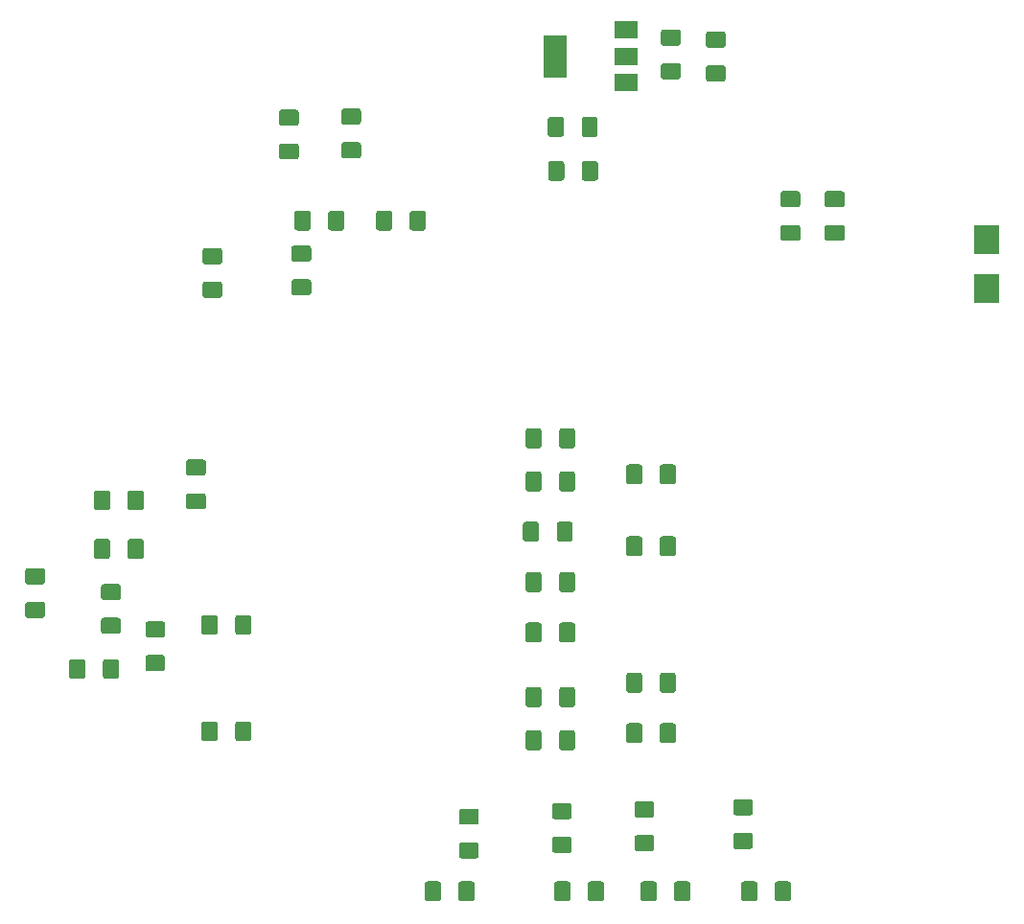
<source format=gbr>
%TF.GenerationSoftware,KiCad,Pcbnew,(6.0.0-rc1-dev-1444-gad0d9f8df)*%
%TF.CreationDate,2019-01-02T13:44:12+02:00*%
%TF.ProjectId,digiTOS-COMOD-SinBoard-routed-2,64696769-544f-4532-9d43-4f4d4f442d53,rev?*%
%TF.SameCoordinates,Original*%
%TF.FileFunction,Paste,Top*%
%TF.FilePolarity,Positive*%
%FSLAX46Y46*%
G04 Gerber Fmt 4.6, Leading zero omitted, Abs format (unit mm)*
G04 Created by KiCad (PCBNEW (6.0.0-rc1-dev-1444-gad0d9f8df)) date 02/01/2019 13:44:12*
%MOMM*%
%LPD*%
G04 APERTURE LIST*
%ADD10C,0.150000*%
%ADD11C,1.425000*%
%ADD12R,2.000000X3.800000*%
%ADD13R,2.000000X1.500000*%
%ADD14R,2.300000X2.500000*%
G04 APERTURE END LIST*
D10*
%TO.C,C1*%
G36*
X216549504Y-54676204D02*
G01*
X216573773Y-54679804D01*
X216597571Y-54685765D01*
X216620671Y-54694030D01*
X216642849Y-54704520D01*
X216663893Y-54717133D01*
X216683598Y-54731747D01*
X216701777Y-54748223D01*
X216718253Y-54766402D01*
X216732867Y-54786107D01*
X216745480Y-54807151D01*
X216755970Y-54829329D01*
X216764235Y-54852429D01*
X216770196Y-54876227D01*
X216773796Y-54900496D01*
X216775000Y-54925000D01*
X216775000Y-55850000D01*
X216773796Y-55874504D01*
X216770196Y-55898773D01*
X216764235Y-55922571D01*
X216755970Y-55945671D01*
X216745480Y-55967849D01*
X216732867Y-55988893D01*
X216718253Y-56008598D01*
X216701777Y-56026777D01*
X216683598Y-56043253D01*
X216663893Y-56057867D01*
X216642849Y-56070480D01*
X216620671Y-56080970D01*
X216597571Y-56089235D01*
X216573773Y-56095196D01*
X216549504Y-56098796D01*
X216525000Y-56100000D01*
X215275000Y-56100000D01*
X215250496Y-56098796D01*
X215226227Y-56095196D01*
X215202429Y-56089235D01*
X215179329Y-56080970D01*
X215157151Y-56070480D01*
X215136107Y-56057867D01*
X215116402Y-56043253D01*
X215098223Y-56026777D01*
X215081747Y-56008598D01*
X215067133Y-55988893D01*
X215054520Y-55967849D01*
X215044030Y-55945671D01*
X215035765Y-55922571D01*
X215029804Y-55898773D01*
X215026204Y-55874504D01*
X215025000Y-55850000D01*
X215025000Y-54925000D01*
X215026204Y-54900496D01*
X215029804Y-54876227D01*
X215035765Y-54852429D01*
X215044030Y-54829329D01*
X215054520Y-54807151D01*
X215067133Y-54786107D01*
X215081747Y-54766402D01*
X215098223Y-54748223D01*
X215116402Y-54731747D01*
X215136107Y-54717133D01*
X215157151Y-54704520D01*
X215179329Y-54694030D01*
X215202429Y-54685765D01*
X215226227Y-54679804D01*
X215250496Y-54676204D01*
X215275000Y-54675000D01*
X216525000Y-54675000D01*
X216549504Y-54676204D01*
X216549504Y-54676204D01*
G37*
D11*
X215900000Y-55387500D03*
D10*
G36*
X216549504Y-51701204D02*
G01*
X216573773Y-51704804D01*
X216597571Y-51710765D01*
X216620671Y-51719030D01*
X216642849Y-51729520D01*
X216663893Y-51742133D01*
X216683598Y-51756747D01*
X216701777Y-51773223D01*
X216718253Y-51791402D01*
X216732867Y-51811107D01*
X216745480Y-51832151D01*
X216755970Y-51854329D01*
X216764235Y-51877429D01*
X216770196Y-51901227D01*
X216773796Y-51925496D01*
X216775000Y-51950000D01*
X216775000Y-52875000D01*
X216773796Y-52899504D01*
X216770196Y-52923773D01*
X216764235Y-52947571D01*
X216755970Y-52970671D01*
X216745480Y-52992849D01*
X216732867Y-53013893D01*
X216718253Y-53033598D01*
X216701777Y-53051777D01*
X216683598Y-53068253D01*
X216663893Y-53082867D01*
X216642849Y-53095480D01*
X216620671Y-53105970D01*
X216597571Y-53114235D01*
X216573773Y-53120196D01*
X216549504Y-53123796D01*
X216525000Y-53125000D01*
X215275000Y-53125000D01*
X215250496Y-53123796D01*
X215226227Y-53120196D01*
X215202429Y-53114235D01*
X215179329Y-53105970D01*
X215157151Y-53095480D01*
X215136107Y-53082867D01*
X215116402Y-53068253D01*
X215098223Y-53051777D01*
X215081747Y-53033598D01*
X215067133Y-53013893D01*
X215054520Y-52992849D01*
X215044030Y-52970671D01*
X215035765Y-52947571D01*
X215029804Y-52923773D01*
X215026204Y-52899504D01*
X215025000Y-52875000D01*
X215025000Y-51950000D01*
X215026204Y-51925496D01*
X215029804Y-51901227D01*
X215035765Y-51877429D01*
X215044030Y-51854329D01*
X215054520Y-51832151D01*
X215067133Y-51811107D01*
X215081747Y-51791402D01*
X215098223Y-51773223D01*
X215116402Y-51756747D01*
X215136107Y-51742133D01*
X215157151Y-51729520D01*
X215179329Y-51719030D01*
X215202429Y-51710765D01*
X215226227Y-51704804D01*
X215250496Y-51701204D01*
X215275000Y-51700000D01*
X216525000Y-51700000D01*
X216549504Y-51701204D01*
X216549504Y-51701204D01*
G37*
D11*
X215900000Y-52412500D03*
%TD*%
D10*
%TO.C,C2*%
G36*
X212576504Y-51518304D02*
G01*
X212600773Y-51521904D01*
X212624571Y-51527865D01*
X212647671Y-51536130D01*
X212669849Y-51546620D01*
X212690893Y-51559233D01*
X212710598Y-51573847D01*
X212728777Y-51590323D01*
X212745253Y-51608502D01*
X212759867Y-51628207D01*
X212772480Y-51649251D01*
X212782970Y-51671429D01*
X212791235Y-51694529D01*
X212797196Y-51718327D01*
X212800796Y-51742596D01*
X212802000Y-51767100D01*
X212802000Y-52692100D01*
X212800796Y-52716604D01*
X212797196Y-52740873D01*
X212791235Y-52764671D01*
X212782970Y-52787771D01*
X212772480Y-52809949D01*
X212759867Y-52830993D01*
X212745253Y-52850698D01*
X212728777Y-52868877D01*
X212710598Y-52885353D01*
X212690893Y-52899967D01*
X212669849Y-52912580D01*
X212647671Y-52923070D01*
X212624571Y-52931335D01*
X212600773Y-52937296D01*
X212576504Y-52940896D01*
X212552000Y-52942100D01*
X211302000Y-52942100D01*
X211277496Y-52940896D01*
X211253227Y-52937296D01*
X211229429Y-52931335D01*
X211206329Y-52923070D01*
X211184151Y-52912580D01*
X211163107Y-52899967D01*
X211143402Y-52885353D01*
X211125223Y-52868877D01*
X211108747Y-52850698D01*
X211094133Y-52830993D01*
X211081520Y-52809949D01*
X211071030Y-52787771D01*
X211062765Y-52764671D01*
X211056804Y-52740873D01*
X211053204Y-52716604D01*
X211052000Y-52692100D01*
X211052000Y-51767100D01*
X211053204Y-51742596D01*
X211056804Y-51718327D01*
X211062765Y-51694529D01*
X211071030Y-51671429D01*
X211081520Y-51649251D01*
X211094133Y-51628207D01*
X211108747Y-51608502D01*
X211125223Y-51590323D01*
X211143402Y-51573847D01*
X211163107Y-51559233D01*
X211184151Y-51546620D01*
X211206329Y-51536130D01*
X211229429Y-51527865D01*
X211253227Y-51521904D01*
X211277496Y-51518304D01*
X211302000Y-51517100D01*
X212552000Y-51517100D01*
X212576504Y-51518304D01*
X212576504Y-51518304D01*
G37*
D11*
X211927000Y-52229600D03*
D10*
G36*
X212576504Y-54493304D02*
G01*
X212600773Y-54496904D01*
X212624571Y-54502865D01*
X212647671Y-54511130D01*
X212669849Y-54521620D01*
X212690893Y-54534233D01*
X212710598Y-54548847D01*
X212728777Y-54565323D01*
X212745253Y-54583502D01*
X212759867Y-54603207D01*
X212772480Y-54624251D01*
X212782970Y-54646429D01*
X212791235Y-54669529D01*
X212797196Y-54693327D01*
X212800796Y-54717596D01*
X212802000Y-54742100D01*
X212802000Y-55667100D01*
X212800796Y-55691604D01*
X212797196Y-55715873D01*
X212791235Y-55739671D01*
X212782970Y-55762771D01*
X212772480Y-55784949D01*
X212759867Y-55805993D01*
X212745253Y-55825698D01*
X212728777Y-55843877D01*
X212710598Y-55860353D01*
X212690893Y-55874967D01*
X212669849Y-55887580D01*
X212647671Y-55898070D01*
X212624571Y-55906335D01*
X212600773Y-55912296D01*
X212576504Y-55915896D01*
X212552000Y-55917100D01*
X211302000Y-55917100D01*
X211277496Y-55915896D01*
X211253227Y-55912296D01*
X211229429Y-55906335D01*
X211206329Y-55898070D01*
X211184151Y-55887580D01*
X211163107Y-55874967D01*
X211143402Y-55860353D01*
X211125223Y-55843877D01*
X211108747Y-55825698D01*
X211094133Y-55805993D01*
X211081520Y-55784949D01*
X211071030Y-55762771D01*
X211062765Y-55739671D01*
X211056804Y-55715873D01*
X211053204Y-55691604D01*
X211052000Y-55667100D01*
X211052000Y-54742100D01*
X211053204Y-54717596D01*
X211056804Y-54693327D01*
X211062765Y-54669529D01*
X211071030Y-54646429D01*
X211081520Y-54624251D01*
X211094133Y-54603207D01*
X211108747Y-54583502D01*
X211125223Y-54565323D01*
X211143402Y-54548847D01*
X211163107Y-54534233D01*
X211184151Y-54521620D01*
X211206329Y-54511130D01*
X211229429Y-54502865D01*
X211253227Y-54496904D01*
X211277496Y-54493304D01*
X211302000Y-54492100D01*
X212552000Y-54492100D01*
X212576504Y-54493304D01*
X212576504Y-54493304D01*
G37*
D11*
X211927000Y-55204600D03*
%TD*%
D10*
%TO.C,C3*%
G36*
X202276504Y-59243304D02*
G01*
X202300773Y-59246904D01*
X202324571Y-59252865D01*
X202347671Y-59261130D01*
X202369849Y-59271620D01*
X202390893Y-59284233D01*
X202410598Y-59298847D01*
X202428777Y-59315323D01*
X202445253Y-59333502D01*
X202459867Y-59353207D01*
X202472480Y-59374251D01*
X202482970Y-59396429D01*
X202491235Y-59419529D01*
X202497196Y-59443327D01*
X202500796Y-59467596D01*
X202502000Y-59492100D01*
X202502000Y-60742100D01*
X202500796Y-60766604D01*
X202497196Y-60790873D01*
X202491235Y-60814671D01*
X202482970Y-60837771D01*
X202472480Y-60859949D01*
X202459867Y-60880993D01*
X202445253Y-60900698D01*
X202428777Y-60918877D01*
X202410598Y-60935353D01*
X202390893Y-60949967D01*
X202369849Y-60962580D01*
X202347671Y-60973070D01*
X202324571Y-60981335D01*
X202300773Y-60987296D01*
X202276504Y-60990896D01*
X202252000Y-60992100D01*
X201327000Y-60992100D01*
X201302496Y-60990896D01*
X201278227Y-60987296D01*
X201254429Y-60981335D01*
X201231329Y-60973070D01*
X201209151Y-60962580D01*
X201188107Y-60949967D01*
X201168402Y-60935353D01*
X201150223Y-60918877D01*
X201133747Y-60900698D01*
X201119133Y-60880993D01*
X201106520Y-60859949D01*
X201096030Y-60837771D01*
X201087765Y-60814671D01*
X201081804Y-60790873D01*
X201078204Y-60766604D01*
X201077000Y-60742100D01*
X201077000Y-59492100D01*
X201078204Y-59467596D01*
X201081804Y-59443327D01*
X201087765Y-59419529D01*
X201096030Y-59396429D01*
X201106520Y-59374251D01*
X201119133Y-59353207D01*
X201133747Y-59333502D01*
X201150223Y-59315323D01*
X201168402Y-59298847D01*
X201188107Y-59284233D01*
X201209151Y-59271620D01*
X201231329Y-59261130D01*
X201254429Y-59252865D01*
X201278227Y-59246904D01*
X201302496Y-59243304D01*
X201327000Y-59242100D01*
X202252000Y-59242100D01*
X202276504Y-59243304D01*
X202276504Y-59243304D01*
G37*
D11*
X201789500Y-60117100D03*
D10*
G36*
X205251504Y-59243304D02*
G01*
X205275773Y-59246904D01*
X205299571Y-59252865D01*
X205322671Y-59261130D01*
X205344849Y-59271620D01*
X205365893Y-59284233D01*
X205385598Y-59298847D01*
X205403777Y-59315323D01*
X205420253Y-59333502D01*
X205434867Y-59353207D01*
X205447480Y-59374251D01*
X205457970Y-59396429D01*
X205466235Y-59419529D01*
X205472196Y-59443327D01*
X205475796Y-59467596D01*
X205477000Y-59492100D01*
X205477000Y-60742100D01*
X205475796Y-60766604D01*
X205472196Y-60790873D01*
X205466235Y-60814671D01*
X205457970Y-60837771D01*
X205447480Y-60859949D01*
X205434867Y-60880993D01*
X205420253Y-60900698D01*
X205403777Y-60918877D01*
X205385598Y-60935353D01*
X205365893Y-60949967D01*
X205344849Y-60962580D01*
X205322671Y-60973070D01*
X205299571Y-60981335D01*
X205275773Y-60987296D01*
X205251504Y-60990896D01*
X205227000Y-60992100D01*
X204302000Y-60992100D01*
X204277496Y-60990896D01*
X204253227Y-60987296D01*
X204229429Y-60981335D01*
X204206329Y-60973070D01*
X204184151Y-60962580D01*
X204163107Y-60949967D01*
X204143402Y-60935353D01*
X204125223Y-60918877D01*
X204108747Y-60900698D01*
X204094133Y-60880993D01*
X204081520Y-60859949D01*
X204071030Y-60837771D01*
X204062765Y-60814671D01*
X204056804Y-60790873D01*
X204053204Y-60766604D01*
X204052000Y-60742100D01*
X204052000Y-59492100D01*
X204053204Y-59467596D01*
X204056804Y-59443327D01*
X204062765Y-59419529D01*
X204071030Y-59396429D01*
X204081520Y-59374251D01*
X204094133Y-59353207D01*
X204108747Y-59333502D01*
X204125223Y-59315323D01*
X204143402Y-59298847D01*
X204163107Y-59284233D01*
X204184151Y-59271620D01*
X204206329Y-59261130D01*
X204229429Y-59252865D01*
X204253227Y-59246904D01*
X204277496Y-59243304D01*
X204302000Y-59242100D01*
X205227000Y-59242100D01*
X205251504Y-59243304D01*
X205251504Y-59243304D01*
G37*
D11*
X204764500Y-60117100D03*
%TD*%
D10*
%TO.C,C4*%
G36*
X205274504Y-63126204D02*
G01*
X205298773Y-63129804D01*
X205322571Y-63135765D01*
X205345671Y-63144030D01*
X205367849Y-63154520D01*
X205388893Y-63167133D01*
X205408598Y-63181747D01*
X205426777Y-63198223D01*
X205443253Y-63216402D01*
X205457867Y-63236107D01*
X205470480Y-63257151D01*
X205480970Y-63279329D01*
X205489235Y-63302429D01*
X205495196Y-63326227D01*
X205498796Y-63350496D01*
X205500000Y-63375000D01*
X205500000Y-64625000D01*
X205498796Y-64649504D01*
X205495196Y-64673773D01*
X205489235Y-64697571D01*
X205480970Y-64720671D01*
X205470480Y-64742849D01*
X205457867Y-64763893D01*
X205443253Y-64783598D01*
X205426777Y-64801777D01*
X205408598Y-64818253D01*
X205388893Y-64832867D01*
X205367849Y-64845480D01*
X205345671Y-64855970D01*
X205322571Y-64864235D01*
X205298773Y-64870196D01*
X205274504Y-64873796D01*
X205250000Y-64875000D01*
X204325000Y-64875000D01*
X204300496Y-64873796D01*
X204276227Y-64870196D01*
X204252429Y-64864235D01*
X204229329Y-64855970D01*
X204207151Y-64845480D01*
X204186107Y-64832867D01*
X204166402Y-64818253D01*
X204148223Y-64801777D01*
X204131747Y-64783598D01*
X204117133Y-64763893D01*
X204104520Y-64742849D01*
X204094030Y-64720671D01*
X204085765Y-64697571D01*
X204079804Y-64673773D01*
X204076204Y-64649504D01*
X204075000Y-64625000D01*
X204075000Y-63375000D01*
X204076204Y-63350496D01*
X204079804Y-63326227D01*
X204085765Y-63302429D01*
X204094030Y-63279329D01*
X204104520Y-63257151D01*
X204117133Y-63236107D01*
X204131747Y-63216402D01*
X204148223Y-63198223D01*
X204166402Y-63181747D01*
X204186107Y-63167133D01*
X204207151Y-63154520D01*
X204229329Y-63144030D01*
X204252429Y-63135765D01*
X204276227Y-63129804D01*
X204300496Y-63126204D01*
X204325000Y-63125000D01*
X205250000Y-63125000D01*
X205274504Y-63126204D01*
X205274504Y-63126204D01*
G37*
D11*
X204787500Y-64000000D03*
D10*
G36*
X202299504Y-63126204D02*
G01*
X202323773Y-63129804D01*
X202347571Y-63135765D01*
X202370671Y-63144030D01*
X202392849Y-63154520D01*
X202413893Y-63167133D01*
X202433598Y-63181747D01*
X202451777Y-63198223D01*
X202468253Y-63216402D01*
X202482867Y-63236107D01*
X202495480Y-63257151D01*
X202505970Y-63279329D01*
X202514235Y-63302429D01*
X202520196Y-63326227D01*
X202523796Y-63350496D01*
X202525000Y-63375000D01*
X202525000Y-64625000D01*
X202523796Y-64649504D01*
X202520196Y-64673773D01*
X202514235Y-64697571D01*
X202505970Y-64720671D01*
X202495480Y-64742849D01*
X202482867Y-64763893D01*
X202468253Y-64783598D01*
X202451777Y-64801777D01*
X202433598Y-64818253D01*
X202413893Y-64832867D01*
X202392849Y-64845480D01*
X202370671Y-64855970D01*
X202347571Y-64864235D01*
X202323773Y-64870196D01*
X202299504Y-64873796D01*
X202275000Y-64875000D01*
X201350000Y-64875000D01*
X201325496Y-64873796D01*
X201301227Y-64870196D01*
X201277429Y-64864235D01*
X201254329Y-64855970D01*
X201232151Y-64845480D01*
X201211107Y-64832867D01*
X201191402Y-64818253D01*
X201173223Y-64801777D01*
X201156747Y-64783598D01*
X201142133Y-64763893D01*
X201129520Y-64742849D01*
X201119030Y-64720671D01*
X201110765Y-64697571D01*
X201104804Y-64673773D01*
X201101204Y-64649504D01*
X201100000Y-64625000D01*
X201100000Y-63375000D01*
X201101204Y-63350496D01*
X201104804Y-63326227D01*
X201110765Y-63302429D01*
X201119030Y-63279329D01*
X201129520Y-63257151D01*
X201142133Y-63236107D01*
X201156747Y-63216402D01*
X201173223Y-63198223D01*
X201191402Y-63181747D01*
X201211107Y-63167133D01*
X201232151Y-63154520D01*
X201254329Y-63144030D01*
X201277429Y-63135765D01*
X201301227Y-63129804D01*
X201325496Y-63126204D01*
X201350000Y-63125000D01*
X202275000Y-63125000D01*
X202299504Y-63126204D01*
X202299504Y-63126204D01*
G37*
D11*
X201812500Y-64000000D03*
%TD*%
D10*
%TO.C,D1*%
G36*
X205809504Y-126761204D02*
G01*
X205833773Y-126764804D01*
X205857571Y-126770765D01*
X205880671Y-126779030D01*
X205902849Y-126789520D01*
X205923893Y-126802133D01*
X205943598Y-126816747D01*
X205961777Y-126833223D01*
X205978253Y-126851402D01*
X205992867Y-126871107D01*
X206005480Y-126892151D01*
X206015970Y-126914329D01*
X206024235Y-126937429D01*
X206030196Y-126961227D01*
X206033796Y-126985496D01*
X206035000Y-127010000D01*
X206035000Y-128260000D01*
X206033796Y-128284504D01*
X206030196Y-128308773D01*
X206024235Y-128332571D01*
X206015970Y-128355671D01*
X206005480Y-128377849D01*
X205992867Y-128398893D01*
X205978253Y-128418598D01*
X205961777Y-128436777D01*
X205943598Y-128453253D01*
X205923893Y-128467867D01*
X205902849Y-128480480D01*
X205880671Y-128490970D01*
X205857571Y-128499235D01*
X205833773Y-128505196D01*
X205809504Y-128508796D01*
X205785000Y-128510000D01*
X204860000Y-128510000D01*
X204835496Y-128508796D01*
X204811227Y-128505196D01*
X204787429Y-128499235D01*
X204764329Y-128490970D01*
X204742151Y-128480480D01*
X204721107Y-128467867D01*
X204701402Y-128453253D01*
X204683223Y-128436777D01*
X204666747Y-128418598D01*
X204652133Y-128398893D01*
X204639520Y-128377849D01*
X204629030Y-128355671D01*
X204620765Y-128332571D01*
X204614804Y-128308773D01*
X204611204Y-128284504D01*
X204610000Y-128260000D01*
X204610000Y-127010000D01*
X204611204Y-126985496D01*
X204614804Y-126961227D01*
X204620765Y-126937429D01*
X204629030Y-126914329D01*
X204639520Y-126892151D01*
X204652133Y-126871107D01*
X204666747Y-126851402D01*
X204683223Y-126833223D01*
X204701402Y-126816747D01*
X204721107Y-126802133D01*
X204742151Y-126789520D01*
X204764329Y-126779030D01*
X204787429Y-126770765D01*
X204811227Y-126764804D01*
X204835496Y-126761204D01*
X204860000Y-126760000D01*
X205785000Y-126760000D01*
X205809504Y-126761204D01*
X205809504Y-126761204D01*
G37*
D11*
X205322500Y-127635000D03*
D10*
G36*
X202834504Y-126761204D02*
G01*
X202858773Y-126764804D01*
X202882571Y-126770765D01*
X202905671Y-126779030D01*
X202927849Y-126789520D01*
X202948893Y-126802133D01*
X202968598Y-126816747D01*
X202986777Y-126833223D01*
X203003253Y-126851402D01*
X203017867Y-126871107D01*
X203030480Y-126892151D01*
X203040970Y-126914329D01*
X203049235Y-126937429D01*
X203055196Y-126961227D01*
X203058796Y-126985496D01*
X203060000Y-127010000D01*
X203060000Y-128260000D01*
X203058796Y-128284504D01*
X203055196Y-128308773D01*
X203049235Y-128332571D01*
X203040970Y-128355671D01*
X203030480Y-128377849D01*
X203017867Y-128398893D01*
X203003253Y-128418598D01*
X202986777Y-128436777D01*
X202968598Y-128453253D01*
X202948893Y-128467867D01*
X202927849Y-128480480D01*
X202905671Y-128490970D01*
X202882571Y-128499235D01*
X202858773Y-128505196D01*
X202834504Y-128508796D01*
X202810000Y-128510000D01*
X201885000Y-128510000D01*
X201860496Y-128508796D01*
X201836227Y-128505196D01*
X201812429Y-128499235D01*
X201789329Y-128490970D01*
X201767151Y-128480480D01*
X201746107Y-128467867D01*
X201726402Y-128453253D01*
X201708223Y-128436777D01*
X201691747Y-128418598D01*
X201677133Y-128398893D01*
X201664520Y-128377849D01*
X201654030Y-128355671D01*
X201645765Y-128332571D01*
X201639804Y-128308773D01*
X201636204Y-128284504D01*
X201635000Y-128260000D01*
X201635000Y-127010000D01*
X201636204Y-126985496D01*
X201639804Y-126961227D01*
X201645765Y-126937429D01*
X201654030Y-126914329D01*
X201664520Y-126892151D01*
X201677133Y-126871107D01*
X201691747Y-126851402D01*
X201708223Y-126833223D01*
X201726402Y-126816747D01*
X201746107Y-126802133D01*
X201767151Y-126789520D01*
X201789329Y-126779030D01*
X201812429Y-126770765D01*
X201836227Y-126764804D01*
X201860496Y-126761204D01*
X201885000Y-126760000D01*
X202810000Y-126760000D01*
X202834504Y-126761204D01*
X202834504Y-126761204D01*
G37*
D11*
X202347500Y-127635000D03*
%TD*%
D10*
%TO.C,D2*%
G36*
X194379504Y-126761204D02*
G01*
X194403773Y-126764804D01*
X194427571Y-126770765D01*
X194450671Y-126779030D01*
X194472849Y-126789520D01*
X194493893Y-126802133D01*
X194513598Y-126816747D01*
X194531777Y-126833223D01*
X194548253Y-126851402D01*
X194562867Y-126871107D01*
X194575480Y-126892151D01*
X194585970Y-126914329D01*
X194594235Y-126937429D01*
X194600196Y-126961227D01*
X194603796Y-126985496D01*
X194605000Y-127010000D01*
X194605000Y-128260000D01*
X194603796Y-128284504D01*
X194600196Y-128308773D01*
X194594235Y-128332571D01*
X194585970Y-128355671D01*
X194575480Y-128377849D01*
X194562867Y-128398893D01*
X194548253Y-128418598D01*
X194531777Y-128436777D01*
X194513598Y-128453253D01*
X194493893Y-128467867D01*
X194472849Y-128480480D01*
X194450671Y-128490970D01*
X194427571Y-128499235D01*
X194403773Y-128505196D01*
X194379504Y-128508796D01*
X194355000Y-128510000D01*
X193430000Y-128510000D01*
X193405496Y-128508796D01*
X193381227Y-128505196D01*
X193357429Y-128499235D01*
X193334329Y-128490970D01*
X193312151Y-128480480D01*
X193291107Y-128467867D01*
X193271402Y-128453253D01*
X193253223Y-128436777D01*
X193236747Y-128418598D01*
X193222133Y-128398893D01*
X193209520Y-128377849D01*
X193199030Y-128355671D01*
X193190765Y-128332571D01*
X193184804Y-128308773D01*
X193181204Y-128284504D01*
X193180000Y-128260000D01*
X193180000Y-127010000D01*
X193181204Y-126985496D01*
X193184804Y-126961227D01*
X193190765Y-126937429D01*
X193199030Y-126914329D01*
X193209520Y-126892151D01*
X193222133Y-126871107D01*
X193236747Y-126851402D01*
X193253223Y-126833223D01*
X193271402Y-126816747D01*
X193291107Y-126802133D01*
X193312151Y-126789520D01*
X193334329Y-126779030D01*
X193357429Y-126770765D01*
X193381227Y-126764804D01*
X193405496Y-126761204D01*
X193430000Y-126760000D01*
X194355000Y-126760000D01*
X194379504Y-126761204D01*
X194379504Y-126761204D01*
G37*
D11*
X193892500Y-127635000D03*
D10*
G36*
X191404504Y-126761204D02*
G01*
X191428773Y-126764804D01*
X191452571Y-126770765D01*
X191475671Y-126779030D01*
X191497849Y-126789520D01*
X191518893Y-126802133D01*
X191538598Y-126816747D01*
X191556777Y-126833223D01*
X191573253Y-126851402D01*
X191587867Y-126871107D01*
X191600480Y-126892151D01*
X191610970Y-126914329D01*
X191619235Y-126937429D01*
X191625196Y-126961227D01*
X191628796Y-126985496D01*
X191630000Y-127010000D01*
X191630000Y-128260000D01*
X191628796Y-128284504D01*
X191625196Y-128308773D01*
X191619235Y-128332571D01*
X191610970Y-128355671D01*
X191600480Y-128377849D01*
X191587867Y-128398893D01*
X191573253Y-128418598D01*
X191556777Y-128436777D01*
X191538598Y-128453253D01*
X191518893Y-128467867D01*
X191497849Y-128480480D01*
X191475671Y-128490970D01*
X191452571Y-128499235D01*
X191428773Y-128505196D01*
X191404504Y-128508796D01*
X191380000Y-128510000D01*
X190455000Y-128510000D01*
X190430496Y-128508796D01*
X190406227Y-128505196D01*
X190382429Y-128499235D01*
X190359329Y-128490970D01*
X190337151Y-128480480D01*
X190316107Y-128467867D01*
X190296402Y-128453253D01*
X190278223Y-128436777D01*
X190261747Y-128418598D01*
X190247133Y-128398893D01*
X190234520Y-128377849D01*
X190224030Y-128355671D01*
X190215765Y-128332571D01*
X190209804Y-128308773D01*
X190206204Y-128284504D01*
X190205000Y-128260000D01*
X190205000Y-127010000D01*
X190206204Y-126985496D01*
X190209804Y-126961227D01*
X190215765Y-126937429D01*
X190224030Y-126914329D01*
X190234520Y-126892151D01*
X190247133Y-126871107D01*
X190261747Y-126851402D01*
X190278223Y-126833223D01*
X190296402Y-126816747D01*
X190316107Y-126802133D01*
X190337151Y-126789520D01*
X190359329Y-126779030D01*
X190382429Y-126770765D01*
X190406227Y-126764804D01*
X190430496Y-126761204D01*
X190455000Y-126760000D01*
X191380000Y-126760000D01*
X191404504Y-126761204D01*
X191404504Y-126761204D01*
G37*
D11*
X190917500Y-127635000D03*
%TD*%
D10*
%TO.C,D3*%
G36*
X213429504Y-126761204D02*
G01*
X213453773Y-126764804D01*
X213477571Y-126770765D01*
X213500671Y-126779030D01*
X213522849Y-126789520D01*
X213543893Y-126802133D01*
X213563598Y-126816747D01*
X213581777Y-126833223D01*
X213598253Y-126851402D01*
X213612867Y-126871107D01*
X213625480Y-126892151D01*
X213635970Y-126914329D01*
X213644235Y-126937429D01*
X213650196Y-126961227D01*
X213653796Y-126985496D01*
X213655000Y-127010000D01*
X213655000Y-128260000D01*
X213653796Y-128284504D01*
X213650196Y-128308773D01*
X213644235Y-128332571D01*
X213635970Y-128355671D01*
X213625480Y-128377849D01*
X213612867Y-128398893D01*
X213598253Y-128418598D01*
X213581777Y-128436777D01*
X213563598Y-128453253D01*
X213543893Y-128467867D01*
X213522849Y-128480480D01*
X213500671Y-128490970D01*
X213477571Y-128499235D01*
X213453773Y-128505196D01*
X213429504Y-128508796D01*
X213405000Y-128510000D01*
X212480000Y-128510000D01*
X212455496Y-128508796D01*
X212431227Y-128505196D01*
X212407429Y-128499235D01*
X212384329Y-128490970D01*
X212362151Y-128480480D01*
X212341107Y-128467867D01*
X212321402Y-128453253D01*
X212303223Y-128436777D01*
X212286747Y-128418598D01*
X212272133Y-128398893D01*
X212259520Y-128377849D01*
X212249030Y-128355671D01*
X212240765Y-128332571D01*
X212234804Y-128308773D01*
X212231204Y-128284504D01*
X212230000Y-128260000D01*
X212230000Y-127010000D01*
X212231204Y-126985496D01*
X212234804Y-126961227D01*
X212240765Y-126937429D01*
X212249030Y-126914329D01*
X212259520Y-126892151D01*
X212272133Y-126871107D01*
X212286747Y-126851402D01*
X212303223Y-126833223D01*
X212321402Y-126816747D01*
X212341107Y-126802133D01*
X212362151Y-126789520D01*
X212384329Y-126779030D01*
X212407429Y-126770765D01*
X212431227Y-126764804D01*
X212455496Y-126761204D01*
X212480000Y-126760000D01*
X213405000Y-126760000D01*
X213429504Y-126761204D01*
X213429504Y-126761204D01*
G37*
D11*
X212942500Y-127635000D03*
D10*
G36*
X210454504Y-126761204D02*
G01*
X210478773Y-126764804D01*
X210502571Y-126770765D01*
X210525671Y-126779030D01*
X210547849Y-126789520D01*
X210568893Y-126802133D01*
X210588598Y-126816747D01*
X210606777Y-126833223D01*
X210623253Y-126851402D01*
X210637867Y-126871107D01*
X210650480Y-126892151D01*
X210660970Y-126914329D01*
X210669235Y-126937429D01*
X210675196Y-126961227D01*
X210678796Y-126985496D01*
X210680000Y-127010000D01*
X210680000Y-128260000D01*
X210678796Y-128284504D01*
X210675196Y-128308773D01*
X210669235Y-128332571D01*
X210660970Y-128355671D01*
X210650480Y-128377849D01*
X210637867Y-128398893D01*
X210623253Y-128418598D01*
X210606777Y-128436777D01*
X210588598Y-128453253D01*
X210568893Y-128467867D01*
X210547849Y-128480480D01*
X210525671Y-128490970D01*
X210502571Y-128499235D01*
X210478773Y-128505196D01*
X210454504Y-128508796D01*
X210430000Y-128510000D01*
X209505000Y-128510000D01*
X209480496Y-128508796D01*
X209456227Y-128505196D01*
X209432429Y-128499235D01*
X209409329Y-128490970D01*
X209387151Y-128480480D01*
X209366107Y-128467867D01*
X209346402Y-128453253D01*
X209328223Y-128436777D01*
X209311747Y-128418598D01*
X209297133Y-128398893D01*
X209284520Y-128377849D01*
X209274030Y-128355671D01*
X209265765Y-128332571D01*
X209259804Y-128308773D01*
X209256204Y-128284504D01*
X209255000Y-128260000D01*
X209255000Y-127010000D01*
X209256204Y-126985496D01*
X209259804Y-126961227D01*
X209265765Y-126937429D01*
X209274030Y-126914329D01*
X209284520Y-126892151D01*
X209297133Y-126871107D01*
X209311747Y-126851402D01*
X209328223Y-126833223D01*
X209346402Y-126816747D01*
X209366107Y-126802133D01*
X209387151Y-126789520D01*
X209409329Y-126779030D01*
X209432429Y-126770765D01*
X209456227Y-126764804D01*
X209480496Y-126761204D01*
X209505000Y-126760000D01*
X210430000Y-126760000D01*
X210454504Y-126761204D01*
X210454504Y-126761204D01*
G37*
D11*
X209967500Y-127635000D03*
%TD*%
D10*
%TO.C,D4*%
G36*
X219344504Y-126761204D02*
G01*
X219368773Y-126764804D01*
X219392571Y-126770765D01*
X219415671Y-126779030D01*
X219437849Y-126789520D01*
X219458893Y-126802133D01*
X219478598Y-126816747D01*
X219496777Y-126833223D01*
X219513253Y-126851402D01*
X219527867Y-126871107D01*
X219540480Y-126892151D01*
X219550970Y-126914329D01*
X219559235Y-126937429D01*
X219565196Y-126961227D01*
X219568796Y-126985496D01*
X219570000Y-127010000D01*
X219570000Y-128260000D01*
X219568796Y-128284504D01*
X219565196Y-128308773D01*
X219559235Y-128332571D01*
X219550970Y-128355671D01*
X219540480Y-128377849D01*
X219527867Y-128398893D01*
X219513253Y-128418598D01*
X219496777Y-128436777D01*
X219478598Y-128453253D01*
X219458893Y-128467867D01*
X219437849Y-128480480D01*
X219415671Y-128490970D01*
X219392571Y-128499235D01*
X219368773Y-128505196D01*
X219344504Y-128508796D01*
X219320000Y-128510000D01*
X218395000Y-128510000D01*
X218370496Y-128508796D01*
X218346227Y-128505196D01*
X218322429Y-128499235D01*
X218299329Y-128490970D01*
X218277151Y-128480480D01*
X218256107Y-128467867D01*
X218236402Y-128453253D01*
X218218223Y-128436777D01*
X218201747Y-128418598D01*
X218187133Y-128398893D01*
X218174520Y-128377849D01*
X218164030Y-128355671D01*
X218155765Y-128332571D01*
X218149804Y-128308773D01*
X218146204Y-128284504D01*
X218145000Y-128260000D01*
X218145000Y-127010000D01*
X218146204Y-126985496D01*
X218149804Y-126961227D01*
X218155765Y-126937429D01*
X218164030Y-126914329D01*
X218174520Y-126892151D01*
X218187133Y-126871107D01*
X218201747Y-126851402D01*
X218218223Y-126833223D01*
X218236402Y-126816747D01*
X218256107Y-126802133D01*
X218277151Y-126789520D01*
X218299329Y-126779030D01*
X218322429Y-126770765D01*
X218346227Y-126764804D01*
X218370496Y-126761204D01*
X218395000Y-126760000D01*
X219320000Y-126760000D01*
X219344504Y-126761204D01*
X219344504Y-126761204D01*
G37*
D11*
X218857500Y-127635000D03*
D10*
G36*
X222319504Y-126761204D02*
G01*
X222343773Y-126764804D01*
X222367571Y-126770765D01*
X222390671Y-126779030D01*
X222412849Y-126789520D01*
X222433893Y-126802133D01*
X222453598Y-126816747D01*
X222471777Y-126833223D01*
X222488253Y-126851402D01*
X222502867Y-126871107D01*
X222515480Y-126892151D01*
X222525970Y-126914329D01*
X222534235Y-126937429D01*
X222540196Y-126961227D01*
X222543796Y-126985496D01*
X222545000Y-127010000D01*
X222545000Y-128260000D01*
X222543796Y-128284504D01*
X222540196Y-128308773D01*
X222534235Y-128332571D01*
X222525970Y-128355671D01*
X222515480Y-128377849D01*
X222502867Y-128398893D01*
X222488253Y-128418598D01*
X222471777Y-128436777D01*
X222453598Y-128453253D01*
X222433893Y-128467867D01*
X222412849Y-128480480D01*
X222390671Y-128490970D01*
X222367571Y-128499235D01*
X222343773Y-128505196D01*
X222319504Y-128508796D01*
X222295000Y-128510000D01*
X221370000Y-128510000D01*
X221345496Y-128508796D01*
X221321227Y-128505196D01*
X221297429Y-128499235D01*
X221274329Y-128490970D01*
X221252151Y-128480480D01*
X221231107Y-128467867D01*
X221211402Y-128453253D01*
X221193223Y-128436777D01*
X221176747Y-128418598D01*
X221162133Y-128398893D01*
X221149520Y-128377849D01*
X221139030Y-128355671D01*
X221130765Y-128332571D01*
X221124804Y-128308773D01*
X221121204Y-128284504D01*
X221120000Y-128260000D01*
X221120000Y-127010000D01*
X221121204Y-126985496D01*
X221124804Y-126961227D01*
X221130765Y-126937429D01*
X221139030Y-126914329D01*
X221149520Y-126892151D01*
X221162133Y-126871107D01*
X221176747Y-126851402D01*
X221193223Y-126833223D01*
X221211402Y-126816747D01*
X221231107Y-126802133D01*
X221252151Y-126789520D01*
X221274329Y-126779030D01*
X221297429Y-126770765D01*
X221321227Y-126764804D01*
X221345496Y-126761204D01*
X221370000Y-126760000D01*
X222295000Y-126760000D01*
X222319504Y-126761204D01*
X222319504Y-126761204D01*
G37*
D11*
X221832500Y-127635000D03*
%TD*%
D10*
%TO.C,R1*%
G36*
X202969504Y-119836204D02*
G01*
X202993773Y-119839804D01*
X203017571Y-119845765D01*
X203040671Y-119854030D01*
X203062849Y-119864520D01*
X203083893Y-119877133D01*
X203103598Y-119891747D01*
X203121777Y-119908223D01*
X203138253Y-119926402D01*
X203152867Y-119946107D01*
X203165480Y-119967151D01*
X203175970Y-119989329D01*
X203184235Y-120012429D01*
X203190196Y-120036227D01*
X203193796Y-120060496D01*
X203195000Y-120085000D01*
X203195000Y-121010000D01*
X203193796Y-121034504D01*
X203190196Y-121058773D01*
X203184235Y-121082571D01*
X203175970Y-121105671D01*
X203165480Y-121127849D01*
X203152867Y-121148893D01*
X203138253Y-121168598D01*
X203121777Y-121186777D01*
X203103598Y-121203253D01*
X203083893Y-121217867D01*
X203062849Y-121230480D01*
X203040671Y-121240970D01*
X203017571Y-121249235D01*
X202993773Y-121255196D01*
X202969504Y-121258796D01*
X202945000Y-121260000D01*
X201695000Y-121260000D01*
X201670496Y-121258796D01*
X201646227Y-121255196D01*
X201622429Y-121249235D01*
X201599329Y-121240970D01*
X201577151Y-121230480D01*
X201556107Y-121217867D01*
X201536402Y-121203253D01*
X201518223Y-121186777D01*
X201501747Y-121168598D01*
X201487133Y-121148893D01*
X201474520Y-121127849D01*
X201464030Y-121105671D01*
X201455765Y-121082571D01*
X201449804Y-121058773D01*
X201446204Y-121034504D01*
X201445000Y-121010000D01*
X201445000Y-120085000D01*
X201446204Y-120060496D01*
X201449804Y-120036227D01*
X201455765Y-120012429D01*
X201464030Y-119989329D01*
X201474520Y-119967151D01*
X201487133Y-119946107D01*
X201501747Y-119926402D01*
X201518223Y-119908223D01*
X201536402Y-119891747D01*
X201556107Y-119877133D01*
X201577151Y-119864520D01*
X201599329Y-119854030D01*
X201622429Y-119845765D01*
X201646227Y-119839804D01*
X201670496Y-119836204D01*
X201695000Y-119835000D01*
X202945000Y-119835000D01*
X202969504Y-119836204D01*
X202969504Y-119836204D01*
G37*
D11*
X202320000Y-120547500D03*
D10*
G36*
X202969504Y-122811204D02*
G01*
X202993773Y-122814804D01*
X203017571Y-122820765D01*
X203040671Y-122829030D01*
X203062849Y-122839520D01*
X203083893Y-122852133D01*
X203103598Y-122866747D01*
X203121777Y-122883223D01*
X203138253Y-122901402D01*
X203152867Y-122921107D01*
X203165480Y-122942151D01*
X203175970Y-122964329D01*
X203184235Y-122987429D01*
X203190196Y-123011227D01*
X203193796Y-123035496D01*
X203195000Y-123060000D01*
X203195000Y-123985000D01*
X203193796Y-124009504D01*
X203190196Y-124033773D01*
X203184235Y-124057571D01*
X203175970Y-124080671D01*
X203165480Y-124102849D01*
X203152867Y-124123893D01*
X203138253Y-124143598D01*
X203121777Y-124161777D01*
X203103598Y-124178253D01*
X203083893Y-124192867D01*
X203062849Y-124205480D01*
X203040671Y-124215970D01*
X203017571Y-124224235D01*
X202993773Y-124230196D01*
X202969504Y-124233796D01*
X202945000Y-124235000D01*
X201695000Y-124235000D01*
X201670496Y-124233796D01*
X201646227Y-124230196D01*
X201622429Y-124224235D01*
X201599329Y-124215970D01*
X201577151Y-124205480D01*
X201556107Y-124192867D01*
X201536402Y-124178253D01*
X201518223Y-124161777D01*
X201501747Y-124143598D01*
X201487133Y-124123893D01*
X201474520Y-124102849D01*
X201464030Y-124080671D01*
X201455765Y-124057571D01*
X201449804Y-124033773D01*
X201446204Y-124009504D01*
X201445000Y-123985000D01*
X201445000Y-123060000D01*
X201446204Y-123035496D01*
X201449804Y-123011227D01*
X201455765Y-122987429D01*
X201464030Y-122964329D01*
X201474520Y-122942151D01*
X201487133Y-122921107D01*
X201501747Y-122901402D01*
X201518223Y-122883223D01*
X201536402Y-122866747D01*
X201556107Y-122852133D01*
X201577151Y-122839520D01*
X201599329Y-122829030D01*
X201622429Y-122820765D01*
X201646227Y-122814804D01*
X201670496Y-122811204D01*
X201695000Y-122810000D01*
X202945000Y-122810000D01*
X202969504Y-122811204D01*
X202969504Y-122811204D01*
G37*
D11*
X202320000Y-123522500D03*
%TD*%
D10*
%TO.C,R2*%
G36*
X194759504Y-123311204D02*
G01*
X194783773Y-123314804D01*
X194807571Y-123320765D01*
X194830671Y-123329030D01*
X194852849Y-123339520D01*
X194873893Y-123352133D01*
X194893598Y-123366747D01*
X194911777Y-123383223D01*
X194928253Y-123401402D01*
X194942867Y-123421107D01*
X194955480Y-123442151D01*
X194965970Y-123464329D01*
X194974235Y-123487429D01*
X194980196Y-123511227D01*
X194983796Y-123535496D01*
X194985000Y-123560000D01*
X194985000Y-124485000D01*
X194983796Y-124509504D01*
X194980196Y-124533773D01*
X194974235Y-124557571D01*
X194965970Y-124580671D01*
X194955480Y-124602849D01*
X194942867Y-124623893D01*
X194928253Y-124643598D01*
X194911777Y-124661777D01*
X194893598Y-124678253D01*
X194873893Y-124692867D01*
X194852849Y-124705480D01*
X194830671Y-124715970D01*
X194807571Y-124724235D01*
X194783773Y-124730196D01*
X194759504Y-124733796D01*
X194735000Y-124735000D01*
X193485000Y-124735000D01*
X193460496Y-124733796D01*
X193436227Y-124730196D01*
X193412429Y-124724235D01*
X193389329Y-124715970D01*
X193367151Y-124705480D01*
X193346107Y-124692867D01*
X193326402Y-124678253D01*
X193308223Y-124661777D01*
X193291747Y-124643598D01*
X193277133Y-124623893D01*
X193264520Y-124602849D01*
X193254030Y-124580671D01*
X193245765Y-124557571D01*
X193239804Y-124533773D01*
X193236204Y-124509504D01*
X193235000Y-124485000D01*
X193235000Y-123560000D01*
X193236204Y-123535496D01*
X193239804Y-123511227D01*
X193245765Y-123487429D01*
X193254030Y-123464329D01*
X193264520Y-123442151D01*
X193277133Y-123421107D01*
X193291747Y-123401402D01*
X193308223Y-123383223D01*
X193326402Y-123366747D01*
X193346107Y-123352133D01*
X193367151Y-123339520D01*
X193389329Y-123329030D01*
X193412429Y-123320765D01*
X193436227Y-123314804D01*
X193460496Y-123311204D01*
X193485000Y-123310000D01*
X194735000Y-123310000D01*
X194759504Y-123311204D01*
X194759504Y-123311204D01*
G37*
D11*
X194110000Y-124022500D03*
D10*
G36*
X194759504Y-120336204D02*
G01*
X194783773Y-120339804D01*
X194807571Y-120345765D01*
X194830671Y-120354030D01*
X194852849Y-120364520D01*
X194873893Y-120377133D01*
X194893598Y-120391747D01*
X194911777Y-120408223D01*
X194928253Y-120426402D01*
X194942867Y-120446107D01*
X194955480Y-120467151D01*
X194965970Y-120489329D01*
X194974235Y-120512429D01*
X194980196Y-120536227D01*
X194983796Y-120560496D01*
X194985000Y-120585000D01*
X194985000Y-121510000D01*
X194983796Y-121534504D01*
X194980196Y-121558773D01*
X194974235Y-121582571D01*
X194965970Y-121605671D01*
X194955480Y-121627849D01*
X194942867Y-121648893D01*
X194928253Y-121668598D01*
X194911777Y-121686777D01*
X194893598Y-121703253D01*
X194873893Y-121717867D01*
X194852849Y-121730480D01*
X194830671Y-121740970D01*
X194807571Y-121749235D01*
X194783773Y-121755196D01*
X194759504Y-121758796D01*
X194735000Y-121760000D01*
X193485000Y-121760000D01*
X193460496Y-121758796D01*
X193436227Y-121755196D01*
X193412429Y-121749235D01*
X193389329Y-121740970D01*
X193367151Y-121730480D01*
X193346107Y-121717867D01*
X193326402Y-121703253D01*
X193308223Y-121686777D01*
X193291747Y-121668598D01*
X193277133Y-121648893D01*
X193264520Y-121627849D01*
X193254030Y-121605671D01*
X193245765Y-121582571D01*
X193239804Y-121558773D01*
X193236204Y-121534504D01*
X193235000Y-121510000D01*
X193235000Y-120585000D01*
X193236204Y-120560496D01*
X193239804Y-120536227D01*
X193245765Y-120512429D01*
X193254030Y-120489329D01*
X193264520Y-120467151D01*
X193277133Y-120446107D01*
X193291747Y-120426402D01*
X193308223Y-120408223D01*
X193326402Y-120391747D01*
X193346107Y-120377133D01*
X193367151Y-120364520D01*
X193389329Y-120354030D01*
X193412429Y-120345765D01*
X193436227Y-120339804D01*
X193460496Y-120336204D01*
X193485000Y-120335000D01*
X194735000Y-120335000D01*
X194759504Y-120336204D01*
X194759504Y-120336204D01*
G37*
D11*
X194110000Y-121047500D03*
%TD*%
D10*
%TO.C,R3*%
G36*
X210249504Y-119701204D02*
G01*
X210273773Y-119704804D01*
X210297571Y-119710765D01*
X210320671Y-119719030D01*
X210342849Y-119729520D01*
X210363893Y-119742133D01*
X210383598Y-119756747D01*
X210401777Y-119773223D01*
X210418253Y-119791402D01*
X210432867Y-119811107D01*
X210445480Y-119832151D01*
X210455970Y-119854329D01*
X210464235Y-119877429D01*
X210470196Y-119901227D01*
X210473796Y-119925496D01*
X210475000Y-119950000D01*
X210475000Y-120875000D01*
X210473796Y-120899504D01*
X210470196Y-120923773D01*
X210464235Y-120947571D01*
X210455970Y-120970671D01*
X210445480Y-120992849D01*
X210432867Y-121013893D01*
X210418253Y-121033598D01*
X210401777Y-121051777D01*
X210383598Y-121068253D01*
X210363893Y-121082867D01*
X210342849Y-121095480D01*
X210320671Y-121105970D01*
X210297571Y-121114235D01*
X210273773Y-121120196D01*
X210249504Y-121123796D01*
X210225000Y-121125000D01*
X208975000Y-121125000D01*
X208950496Y-121123796D01*
X208926227Y-121120196D01*
X208902429Y-121114235D01*
X208879329Y-121105970D01*
X208857151Y-121095480D01*
X208836107Y-121082867D01*
X208816402Y-121068253D01*
X208798223Y-121051777D01*
X208781747Y-121033598D01*
X208767133Y-121013893D01*
X208754520Y-120992849D01*
X208744030Y-120970671D01*
X208735765Y-120947571D01*
X208729804Y-120923773D01*
X208726204Y-120899504D01*
X208725000Y-120875000D01*
X208725000Y-119950000D01*
X208726204Y-119925496D01*
X208729804Y-119901227D01*
X208735765Y-119877429D01*
X208744030Y-119854329D01*
X208754520Y-119832151D01*
X208767133Y-119811107D01*
X208781747Y-119791402D01*
X208798223Y-119773223D01*
X208816402Y-119756747D01*
X208836107Y-119742133D01*
X208857151Y-119729520D01*
X208879329Y-119719030D01*
X208902429Y-119710765D01*
X208926227Y-119704804D01*
X208950496Y-119701204D01*
X208975000Y-119700000D01*
X210225000Y-119700000D01*
X210249504Y-119701204D01*
X210249504Y-119701204D01*
G37*
D11*
X209600000Y-120412500D03*
D10*
G36*
X210249504Y-122676204D02*
G01*
X210273773Y-122679804D01*
X210297571Y-122685765D01*
X210320671Y-122694030D01*
X210342849Y-122704520D01*
X210363893Y-122717133D01*
X210383598Y-122731747D01*
X210401777Y-122748223D01*
X210418253Y-122766402D01*
X210432867Y-122786107D01*
X210445480Y-122807151D01*
X210455970Y-122829329D01*
X210464235Y-122852429D01*
X210470196Y-122876227D01*
X210473796Y-122900496D01*
X210475000Y-122925000D01*
X210475000Y-123850000D01*
X210473796Y-123874504D01*
X210470196Y-123898773D01*
X210464235Y-123922571D01*
X210455970Y-123945671D01*
X210445480Y-123967849D01*
X210432867Y-123988893D01*
X210418253Y-124008598D01*
X210401777Y-124026777D01*
X210383598Y-124043253D01*
X210363893Y-124057867D01*
X210342849Y-124070480D01*
X210320671Y-124080970D01*
X210297571Y-124089235D01*
X210273773Y-124095196D01*
X210249504Y-124098796D01*
X210225000Y-124100000D01*
X208975000Y-124100000D01*
X208950496Y-124098796D01*
X208926227Y-124095196D01*
X208902429Y-124089235D01*
X208879329Y-124080970D01*
X208857151Y-124070480D01*
X208836107Y-124057867D01*
X208816402Y-124043253D01*
X208798223Y-124026777D01*
X208781747Y-124008598D01*
X208767133Y-123988893D01*
X208754520Y-123967849D01*
X208744030Y-123945671D01*
X208735765Y-123922571D01*
X208729804Y-123898773D01*
X208726204Y-123874504D01*
X208725000Y-123850000D01*
X208725000Y-122925000D01*
X208726204Y-122900496D01*
X208729804Y-122876227D01*
X208735765Y-122852429D01*
X208744030Y-122829329D01*
X208754520Y-122807151D01*
X208767133Y-122786107D01*
X208781747Y-122766402D01*
X208798223Y-122748223D01*
X208816402Y-122731747D01*
X208836107Y-122717133D01*
X208857151Y-122704520D01*
X208879329Y-122694030D01*
X208902429Y-122685765D01*
X208926227Y-122679804D01*
X208950496Y-122676204D01*
X208975000Y-122675000D01*
X210225000Y-122675000D01*
X210249504Y-122676204D01*
X210249504Y-122676204D01*
G37*
D11*
X209600000Y-123387500D03*
%TD*%
D10*
%TO.C,R4*%
G36*
X218949504Y-122476204D02*
G01*
X218973773Y-122479804D01*
X218997571Y-122485765D01*
X219020671Y-122494030D01*
X219042849Y-122504520D01*
X219063893Y-122517133D01*
X219083598Y-122531747D01*
X219101777Y-122548223D01*
X219118253Y-122566402D01*
X219132867Y-122586107D01*
X219145480Y-122607151D01*
X219155970Y-122629329D01*
X219164235Y-122652429D01*
X219170196Y-122676227D01*
X219173796Y-122700496D01*
X219175000Y-122725000D01*
X219175000Y-123650000D01*
X219173796Y-123674504D01*
X219170196Y-123698773D01*
X219164235Y-123722571D01*
X219155970Y-123745671D01*
X219145480Y-123767849D01*
X219132867Y-123788893D01*
X219118253Y-123808598D01*
X219101777Y-123826777D01*
X219083598Y-123843253D01*
X219063893Y-123857867D01*
X219042849Y-123870480D01*
X219020671Y-123880970D01*
X218997571Y-123889235D01*
X218973773Y-123895196D01*
X218949504Y-123898796D01*
X218925000Y-123900000D01*
X217675000Y-123900000D01*
X217650496Y-123898796D01*
X217626227Y-123895196D01*
X217602429Y-123889235D01*
X217579329Y-123880970D01*
X217557151Y-123870480D01*
X217536107Y-123857867D01*
X217516402Y-123843253D01*
X217498223Y-123826777D01*
X217481747Y-123808598D01*
X217467133Y-123788893D01*
X217454520Y-123767849D01*
X217444030Y-123745671D01*
X217435765Y-123722571D01*
X217429804Y-123698773D01*
X217426204Y-123674504D01*
X217425000Y-123650000D01*
X217425000Y-122725000D01*
X217426204Y-122700496D01*
X217429804Y-122676227D01*
X217435765Y-122652429D01*
X217444030Y-122629329D01*
X217454520Y-122607151D01*
X217467133Y-122586107D01*
X217481747Y-122566402D01*
X217498223Y-122548223D01*
X217516402Y-122531747D01*
X217536107Y-122517133D01*
X217557151Y-122504520D01*
X217579329Y-122494030D01*
X217602429Y-122485765D01*
X217626227Y-122479804D01*
X217650496Y-122476204D01*
X217675000Y-122475000D01*
X218925000Y-122475000D01*
X218949504Y-122476204D01*
X218949504Y-122476204D01*
G37*
D11*
X218300000Y-123187500D03*
D10*
G36*
X218949504Y-119501204D02*
G01*
X218973773Y-119504804D01*
X218997571Y-119510765D01*
X219020671Y-119519030D01*
X219042849Y-119529520D01*
X219063893Y-119542133D01*
X219083598Y-119556747D01*
X219101777Y-119573223D01*
X219118253Y-119591402D01*
X219132867Y-119611107D01*
X219145480Y-119632151D01*
X219155970Y-119654329D01*
X219164235Y-119677429D01*
X219170196Y-119701227D01*
X219173796Y-119725496D01*
X219175000Y-119750000D01*
X219175000Y-120675000D01*
X219173796Y-120699504D01*
X219170196Y-120723773D01*
X219164235Y-120747571D01*
X219155970Y-120770671D01*
X219145480Y-120792849D01*
X219132867Y-120813893D01*
X219118253Y-120833598D01*
X219101777Y-120851777D01*
X219083598Y-120868253D01*
X219063893Y-120882867D01*
X219042849Y-120895480D01*
X219020671Y-120905970D01*
X218997571Y-120914235D01*
X218973773Y-120920196D01*
X218949504Y-120923796D01*
X218925000Y-120925000D01*
X217675000Y-120925000D01*
X217650496Y-120923796D01*
X217626227Y-120920196D01*
X217602429Y-120914235D01*
X217579329Y-120905970D01*
X217557151Y-120895480D01*
X217536107Y-120882867D01*
X217516402Y-120868253D01*
X217498223Y-120851777D01*
X217481747Y-120833598D01*
X217467133Y-120813893D01*
X217454520Y-120792849D01*
X217444030Y-120770671D01*
X217435765Y-120747571D01*
X217429804Y-120723773D01*
X217426204Y-120699504D01*
X217425000Y-120675000D01*
X217425000Y-119750000D01*
X217426204Y-119725496D01*
X217429804Y-119701227D01*
X217435765Y-119677429D01*
X217444030Y-119654329D01*
X217454520Y-119632151D01*
X217467133Y-119611107D01*
X217481747Y-119591402D01*
X217498223Y-119573223D01*
X217516402Y-119556747D01*
X217536107Y-119542133D01*
X217557151Y-119529520D01*
X217579329Y-119519030D01*
X217602429Y-119510765D01*
X217626227Y-119504804D01*
X217650496Y-119501204D01*
X217675000Y-119500000D01*
X218925000Y-119500000D01*
X218949504Y-119501204D01*
X218949504Y-119501204D01*
G37*
D11*
X218300000Y-120212500D03*
%TD*%
D12*
%TO.C,U1*%
X201719000Y-53866500D03*
D13*
X208019000Y-53866500D03*
X208019000Y-51566500D03*
X208019000Y-56166500D03*
%TD*%
D10*
%TO.C,D5*%
G36*
X212159504Y-89931204D02*
G01*
X212183773Y-89934804D01*
X212207571Y-89940765D01*
X212230671Y-89949030D01*
X212252849Y-89959520D01*
X212273893Y-89972133D01*
X212293598Y-89986747D01*
X212311777Y-90003223D01*
X212328253Y-90021402D01*
X212342867Y-90041107D01*
X212355480Y-90062151D01*
X212365970Y-90084329D01*
X212374235Y-90107429D01*
X212380196Y-90131227D01*
X212383796Y-90155496D01*
X212385000Y-90180000D01*
X212385000Y-91430000D01*
X212383796Y-91454504D01*
X212380196Y-91478773D01*
X212374235Y-91502571D01*
X212365970Y-91525671D01*
X212355480Y-91547849D01*
X212342867Y-91568893D01*
X212328253Y-91588598D01*
X212311777Y-91606777D01*
X212293598Y-91623253D01*
X212273893Y-91637867D01*
X212252849Y-91650480D01*
X212230671Y-91660970D01*
X212207571Y-91669235D01*
X212183773Y-91675196D01*
X212159504Y-91678796D01*
X212135000Y-91680000D01*
X211210000Y-91680000D01*
X211185496Y-91678796D01*
X211161227Y-91675196D01*
X211137429Y-91669235D01*
X211114329Y-91660970D01*
X211092151Y-91650480D01*
X211071107Y-91637867D01*
X211051402Y-91623253D01*
X211033223Y-91606777D01*
X211016747Y-91588598D01*
X211002133Y-91568893D01*
X210989520Y-91547849D01*
X210979030Y-91525671D01*
X210970765Y-91502571D01*
X210964804Y-91478773D01*
X210961204Y-91454504D01*
X210960000Y-91430000D01*
X210960000Y-90180000D01*
X210961204Y-90155496D01*
X210964804Y-90131227D01*
X210970765Y-90107429D01*
X210979030Y-90084329D01*
X210989520Y-90062151D01*
X211002133Y-90041107D01*
X211016747Y-90021402D01*
X211033223Y-90003223D01*
X211051402Y-89986747D01*
X211071107Y-89972133D01*
X211092151Y-89959520D01*
X211114329Y-89949030D01*
X211137429Y-89940765D01*
X211161227Y-89934804D01*
X211185496Y-89931204D01*
X211210000Y-89930000D01*
X212135000Y-89930000D01*
X212159504Y-89931204D01*
X212159504Y-89931204D01*
G37*
D11*
X211672500Y-90805000D03*
D10*
G36*
X209184504Y-89931204D02*
G01*
X209208773Y-89934804D01*
X209232571Y-89940765D01*
X209255671Y-89949030D01*
X209277849Y-89959520D01*
X209298893Y-89972133D01*
X209318598Y-89986747D01*
X209336777Y-90003223D01*
X209353253Y-90021402D01*
X209367867Y-90041107D01*
X209380480Y-90062151D01*
X209390970Y-90084329D01*
X209399235Y-90107429D01*
X209405196Y-90131227D01*
X209408796Y-90155496D01*
X209410000Y-90180000D01*
X209410000Y-91430000D01*
X209408796Y-91454504D01*
X209405196Y-91478773D01*
X209399235Y-91502571D01*
X209390970Y-91525671D01*
X209380480Y-91547849D01*
X209367867Y-91568893D01*
X209353253Y-91588598D01*
X209336777Y-91606777D01*
X209318598Y-91623253D01*
X209298893Y-91637867D01*
X209277849Y-91650480D01*
X209255671Y-91660970D01*
X209232571Y-91669235D01*
X209208773Y-91675196D01*
X209184504Y-91678796D01*
X209160000Y-91680000D01*
X208235000Y-91680000D01*
X208210496Y-91678796D01*
X208186227Y-91675196D01*
X208162429Y-91669235D01*
X208139329Y-91660970D01*
X208117151Y-91650480D01*
X208096107Y-91637867D01*
X208076402Y-91623253D01*
X208058223Y-91606777D01*
X208041747Y-91588598D01*
X208027133Y-91568893D01*
X208014520Y-91547849D01*
X208004030Y-91525671D01*
X207995765Y-91502571D01*
X207989804Y-91478773D01*
X207986204Y-91454504D01*
X207985000Y-91430000D01*
X207985000Y-90180000D01*
X207986204Y-90155496D01*
X207989804Y-90131227D01*
X207995765Y-90107429D01*
X208004030Y-90084329D01*
X208014520Y-90062151D01*
X208027133Y-90041107D01*
X208041747Y-90021402D01*
X208058223Y-90003223D01*
X208076402Y-89986747D01*
X208096107Y-89972133D01*
X208117151Y-89959520D01*
X208139329Y-89949030D01*
X208162429Y-89940765D01*
X208186227Y-89934804D01*
X208210496Y-89931204D01*
X208235000Y-89930000D01*
X209160000Y-89930000D01*
X209184504Y-89931204D01*
X209184504Y-89931204D01*
G37*
D11*
X208697500Y-90805000D03*
%TD*%
D10*
%TO.C,D6*%
G36*
X203269504Y-90566204D02*
G01*
X203293773Y-90569804D01*
X203317571Y-90575765D01*
X203340671Y-90584030D01*
X203362849Y-90594520D01*
X203383893Y-90607133D01*
X203403598Y-90621747D01*
X203421777Y-90638223D01*
X203438253Y-90656402D01*
X203452867Y-90676107D01*
X203465480Y-90697151D01*
X203475970Y-90719329D01*
X203484235Y-90742429D01*
X203490196Y-90766227D01*
X203493796Y-90790496D01*
X203495000Y-90815000D01*
X203495000Y-92065000D01*
X203493796Y-92089504D01*
X203490196Y-92113773D01*
X203484235Y-92137571D01*
X203475970Y-92160671D01*
X203465480Y-92182849D01*
X203452867Y-92203893D01*
X203438253Y-92223598D01*
X203421777Y-92241777D01*
X203403598Y-92258253D01*
X203383893Y-92272867D01*
X203362849Y-92285480D01*
X203340671Y-92295970D01*
X203317571Y-92304235D01*
X203293773Y-92310196D01*
X203269504Y-92313796D01*
X203245000Y-92315000D01*
X202320000Y-92315000D01*
X202295496Y-92313796D01*
X202271227Y-92310196D01*
X202247429Y-92304235D01*
X202224329Y-92295970D01*
X202202151Y-92285480D01*
X202181107Y-92272867D01*
X202161402Y-92258253D01*
X202143223Y-92241777D01*
X202126747Y-92223598D01*
X202112133Y-92203893D01*
X202099520Y-92182849D01*
X202089030Y-92160671D01*
X202080765Y-92137571D01*
X202074804Y-92113773D01*
X202071204Y-92089504D01*
X202070000Y-92065000D01*
X202070000Y-90815000D01*
X202071204Y-90790496D01*
X202074804Y-90766227D01*
X202080765Y-90742429D01*
X202089030Y-90719329D01*
X202099520Y-90697151D01*
X202112133Y-90676107D01*
X202126747Y-90656402D01*
X202143223Y-90638223D01*
X202161402Y-90621747D01*
X202181107Y-90607133D01*
X202202151Y-90594520D01*
X202224329Y-90584030D01*
X202247429Y-90575765D01*
X202271227Y-90569804D01*
X202295496Y-90566204D01*
X202320000Y-90565000D01*
X203245000Y-90565000D01*
X203269504Y-90566204D01*
X203269504Y-90566204D01*
G37*
D11*
X202782500Y-91440000D03*
D10*
G36*
X200294504Y-90566204D02*
G01*
X200318773Y-90569804D01*
X200342571Y-90575765D01*
X200365671Y-90584030D01*
X200387849Y-90594520D01*
X200408893Y-90607133D01*
X200428598Y-90621747D01*
X200446777Y-90638223D01*
X200463253Y-90656402D01*
X200477867Y-90676107D01*
X200490480Y-90697151D01*
X200500970Y-90719329D01*
X200509235Y-90742429D01*
X200515196Y-90766227D01*
X200518796Y-90790496D01*
X200520000Y-90815000D01*
X200520000Y-92065000D01*
X200518796Y-92089504D01*
X200515196Y-92113773D01*
X200509235Y-92137571D01*
X200500970Y-92160671D01*
X200490480Y-92182849D01*
X200477867Y-92203893D01*
X200463253Y-92223598D01*
X200446777Y-92241777D01*
X200428598Y-92258253D01*
X200408893Y-92272867D01*
X200387849Y-92285480D01*
X200365671Y-92295970D01*
X200342571Y-92304235D01*
X200318773Y-92310196D01*
X200294504Y-92313796D01*
X200270000Y-92315000D01*
X199345000Y-92315000D01*
X199320496Y-92313796D01*
X199296227Y-92310196D01*
X199272429Y-92304235D01*
X199249329Y-92295970D01*
X199227151Y-92285480D01*
X199206107Y-92272867D01*
X199186402Y-92258253D01*
X199168223Y-92241777D01*
X199151747Y-92223598D01*
X199137133Y-92203893D01*
X199124520Y-92182849D01*
X199114030Y-92160671D01*
X199105765Y-92137571D01*
X199099804Y-92113773D01*
X199096204Y-92089504D01*
X199095000Y-92065000D01*
X199095000Y-90815000D01*
X199096204Y-90790496D01*
X199099804Y-90766227D01*
X199105765Y-90742429D01*
X199114030Y-90719329D01*
X199124520Y-90697151D01*
X199137133Y-90676107D01*
X199151747Y-90656402D01*
X199168223Y-90638223D01*
X199186402Y-90621747D01*
X199206107Y-90607133D01*
X199227151Y-90594520D01*
X199249329Y-90584030D01*
X199272429Y-90575765D01*
X199296227Y-90569804D01*
X199320496Y-90566204D01*
X199345000Y-90565000D01*
X200270000Y-90565000D01*
X200294504Y-90566204D01*
X200294504Y-90566204D01*
G37*
D11*
X199807500Y-91440000D03*
%TD*%
D10*
%TO.C,R5*%
G36*
X223142504Y-68772904D02*
G01*
X223166773Y-68776504D01*
X223190571Y-68782465D01*
X223213671Y-68790730D01*
X223235849Y-68801220D01*
X223256893Y-68813833D01*
X223276598Y-68828447D01*
X223294777Y-68844923D01*
X223311253Y-68863102D01*
X223325867Y-68882807D01*
X223338480Y-68903851D01*
X223348970Y-68926029D01*
X223357235Y-68949129D01*
X223363196Y-68972927D01*
X223366796Y-68997196D01*
X223368000Y-69021700D01*
X223368000Y-69946700D01*
X223366796Y-69971204D01*
X223363196Y-69995473D01*
X223357235Y-70019271D01*
X223348970Y-70042371D01*
X223338480Y-70064549D01*
X223325867Y-70085593D01*
X223311253Y-70105298D01*
X223294777Y-70123477D01*
X223276598Y-70139953D01*
X223256893Y-70154567D01*
X223235849Y-70167180D01*
X223213671Y-70177670D01*
X223190571Y-70185935D01*
X223166773Y-70191896D01*
X223142504Y-70195496D01*
X223118000Y-70196700D01*
X221868000Y-70196700D01*
X221843496Y-70195496D01*
X221819227Y-70191896D01*
X221795429Y-70185935D01*
X221772329Y-70177670D01*
X221750151Y-70167180D01*
X221729107Y-70154567D01*
X221709402Y-70139953D01*
X221691223Y-70123477D01*
X221674747Y-70105298D01*
X221660133Y-70085593D01*
X221647520Y-70064549D01*
X221637030Y-70042371D01*
X221628765Y-70019271D01*
X221622804Y-69995473D01*
X221619204Y-69971204D01*
X221618000Y-69946700D01*
X221618000Y-69021700D01*
X221619204Y-68997196D01*
X221622804Y-68972927D01*
X221628765Y-68949129D01*
X221637030Y-68926029D01*
X221647520Y-68903851D01*
X221660133Y-68882807D01*
X221674747Y-68863102D01*
X221691223Y-68844923D01*
X221709402Y-68828447D01*
X221729107Y-68813833D01*
X221750151Y-68801220D01*
X221772329Y-68790730D01*
X221795429Y-68782465D01*
X221819227Y-68776504D01*
X221843496Y-68772904D01*
X221868000Y-68771700D01*
X223118000Y-68771700D01*
X223142504Y-68772904D01*
X223142504Y-68772904D01*
G37*
D11*
X222493000Y-69484200D03*
D10*
G36*
X223142504Y-65797904D02*
G01*
X223166773Y-65801504D01*
X223190571Y-65807465D01*
X223213671Y-65815730D01*
X223235849Y-65826220D01*
X223256893Y-65838833D01*
X223276598Y-65853447D01*
X223294777Y-65869923D01*
X223311253Y-65888102D01*
X223325867Y-65907807D01*
X223338480Y-65928851D01*
X223348970Y-65951029D01*
X223357235Y-65974129D01*
X223363196Y-65997927D01*
X223366796Y-66022196D01*
X223368000Y-66046700D01*
X223368000Y-66971700D01*
X223366796Y-66996204D01*
X223363196Y-67020473D01*
X223357235Y-67044271D01*
X223348970Y-67067371D01*
X223338480Y-67089549D01*
X223325867Y-67110593D01*
X223311253Y-67130298D01*
X223294777Y-67148477D01*
X223276598Y-67164953D01*
X223256893Y-67179567D01*
X223235849Y-67192180D01*
X223213671Y-67202670D01*
X223190571Y-67210935D01*
X223166773Y-67216896D01*
X223142504Y-67220496D01*
X223118000Y-67221700D01*
X221868000Y-67221700D01*
X221843496Y-67220496D01*
X221819227Y-67216896D01*
X221795429Y-67210935D01*
X221772329Y-67202670D01*
X221750151Y-67192180D01*
X221729107Y-67179567D01*
X221709402Y-67164953D01*
X221691223Y-67148477D01*
X221674747Y-67130298D01*
X221660133Y-67110593D01*
X221647520Y-67089549D01*
X221637030Y-67067371D01*
X221628765Y-67044271D01*
X221622804Y-67020473D01*
X221619204Y-66996204D01*
X221618000Y-66971700D01*
X221618000Y-66046700D01*
X221619204Y-66022196D01*
X221622804Y-65997927D01*
X221628765Y-65974129D01*
X221637030Y-65951029D01*
X221647520Y-65928851D01*
X221660133Y-65907807D01*
X221674747Y-65888102D01*
X221691223Y-65869923D01*
X221709402Y-65853447D01*
X221729107Y-65838833D01*
X221750151Y-65826220D01*
X221772329Y-65815730D01*
X221795429Y-65807465D01*
X221819227Y-65801504D01*
X221843496Y-65797904D01*
X221868000Y-65796700D01*
X223118000Y-65796700D01*
X223142504Y-65797904D01*
X223142504Y-65797904D01*
G37*
D11*
X222493000Y-66509200D03*
%TD*%
D10*
%TO.C,R6*%
G36*
X227042504Y-65797904D02*
G01*
X227066773Y-65801504D01*
X227090571Y-65807465D01*
X227113671Y-65815730D01*
X227135849Y-65826220D01*
X227156893Y-65838833D01*
X227176598Y-65853447D01*
X227194777Y-65869923D01*
X227211253Y-65888102D01*
X227225867Y-65907807D01*
X227238480Y-65928851D01*
X227248970Y-65951029D01*
X227257235Y-65974129D01*
X227263196Y-65997927D01*
X227266796Y-66022196D01*
X227268000Y-66046700D01*
X227268000Y-66971700D01*
X227266796Y-66996204D01*
X227263196Y-67020473D01*
X227257235Y-67044271D01*
X227248970Y-67067371D01*
X227238480Y-67089549D01*
X227225867Y-67110593D01*
X227211253Y-67130298D01*
X227194777Y-67148477D01*
X227176598Y-67164953D01*
X227156893Y-67179567D01*
X227135849Y-67192180D01*
X227113671Y-67202670D01*
X227090571Y-67210935D01*
X227066773Y-67216896D01*
X227042504Y-67220496D01*
X227018000Y-67221700D01*
X225768000Y-67221700D01*
X225743496Y-67220496D01*
X225719227Y-67216896D01*
X225695429Y-67210935D01*
X225672329Y-67202670D01*
X225650151Y-67192180D01*
X225629107Y-67179567D01*
X225609402Y-67164953D01*
X225591223Y-67148477D01*
X225574747Y-67130298D01*
X225560133Y-67110593D01*
X225547520Y-67089549D01*
X225537030Y-67067371D01*
X225528765Y-67044271D01*
X225522804Y-67020473D01*
X225519204Y-66996204D01*
X225518000Y-66971700D01*
X225518000Y-66046700D01*
X225519204Y-66022196D01*
X225522804Y-65997927D01*
X225528765Y-65974129D01*
X225537030Y-65951029D01*
X225547520Y-65928851D01*
X225560133Y-65907807D01*
X225574747Y-65888102D01*
X225591223Y-65869923D01*
X225609402Y-65853447D01*
X225629107Y-65838833D01*
X225650151Y-65826220D01*
X225672329Y-65815730D01*
X225695429Y-65807465D01*
X225719227Y-65801504D01*
X225743496Y-65797904D01*
X225768000Y-65796700D01*
X227018000Y-65796700D01*
X227042504Y-65797904D01*
X227042504Y-65797904D01*
G37*
D11*
X226393000Y-66509200D03*
D10*
G36*
X227042504Y-68772904D02*
G01*
X227066773Y-68776504D01*
X227090571Y-68782465D01*
X227113671Y-68790730D01*
X227135849Y-68801220D01*
X227156893Y-68813833D01*
X227176598Y-68828447D01*
X227194777Y-68844923D01*
X227211253Y-68863102D01*
X227225867Y-68882807D01*
X227238480Y-68903851D01*
X227248970Y-68926029D01*
X227257235Y-68949129D01*
X227263196Y-68972927D01*
X227266796Y-68997196D01*
X227268000Y-69021700D01*
X227268000Y-69946700D01*
X227266796Y-69971204D01*
X227263196Y-69995473D01*
X227257235Y-70019271D01*
X227248970Y-70042371D01*
X227238480Y-70064549D01*
X227225867Y-70085593D01*
X227211253Y-70105298D01*
X227194777Y-70123477D01*
X227176598Y-70139953D01*
X227156893Y-70154567D01*
X227135849Y-70167180D01*
X227113671Y-70177670D01*
X227090571Y-70185935D01*
X227066773Y-70191896D01*
X227042504Y-70195496D01*
X227018000Y-70196700D01*
X225768000Y-70196700D01*
X225743496Y-70195496D01*
X225719227Y-70191896D01*
X225695429Y-70185935D01*
X225672329Y-70177670D01*
X225650151Y-70167180D01*
X225629107Y-70154567D01*
X225609402Y-70139953D01*
X225591223Y-70123477D01*
X225574747Y-70105298D01*
X225560133Y-70085593D01*
X225547520Y-70064549D01*
X225537030Y-70042371D01*
X225528765Y-70019271D01*
X225522804Y-69995473D01*
X225519204Y-69971204D01*
X225518000Y-69946700D01*
X225518000Y-69021700D01*
X225519204Y-68997196D01*
X225522804Y-68972927D01*
X225528765Y-68949129D01*
X225537030Y-68926029D01*
X225547520Y-68903851D01*
X225560133Y-68882807D01*
X225574747Y-68863102D01*
X225591223Y-68844923D01*
X225609402Y-68828447D01*
X225629107Y-68813833D01*
X225650151Y-68801220D01*
X225672329Y-68790730D01*
X225695429Y-68782465D01*
X225719227Y-68776504D01*
X225743496Y-68772904D01*
X225768000Y-68771700D01*
X227018000Y-68771700D01*
X227042504Y-68772904D01*
X227042504Y-68772904D01*
G37*
D11*
X226393000Y-69484200D03*
%TD*%
D10*
%TO.C,D7*%
G36*
X212159504Y-108346204D02*
G01*
X212183773Y-108349804D01*
X212207571Y-108355765D01*
X212230671Y-108364030D01*
X212252849Y-108374520D01*
X212273893Y-108387133D01*
X212293598Y-108401747D01*
X212311777Y-108418223D01*
X212328253Y-108436402D01*
X212342867Y-108456107D01*
X212355480Y-108477151D01*
X212365970Y-108499329D01*
X212374235Y-108522429D01*
X212380196Y-108546227D01*
X212383796Y-108570496D01*
X212385000Y-108595000D01*
X212385000Y-109845000D01*
X212383796Y-109869504D01*
X212380196Y-109893773D01*
X212374235Y-109917571D01*
X212365970Y-109940671D01*
X212355480Y-109962849D01*
X212342867Y-109983893D01*
X212328253Y-110003598D01*
X212311777Y-110021777D01*
X212293598Y-110038253D01*
X212273893Y-110052867D01*
X212252849Y-110065480D01*
X212230671Y-110075970D01*
X212207571Y-110084235D01*
X212183773Y-110090196D01*
X212159504Y-110093796D01*
X212135000Y-110095000D01*
X211210000Y-110095000D01*
X211185496Y-110093796D01*
X211161227Y-110090196D01*
X211137429Y-110084235D01*
X211114329Y-110075970D01*
X211092151Y-110065480D01*
X211071107Y-110052867D01*
X211051402Y-110038253D01*
X211033223Y-110021777D01*
X211016747Y-110003598D01*
X211002133Y-109983893D01*
X210989520Y-109962849D01*
X210979030Y-109940671D01*
X210970765Y-109917571D01*
X210964804Y-109893773D01*
X210961204Y-109869504D01*
X210960000Y-109845000D01*
X210960000Y-108595000D01*
X210961204Y-108570496D01*
X210964804Y-108546227D01*
X210970765Y-108522429D01*
X210979030Y-108499329D01*
X210989520Y-108477151D01*
X211002133Y-108456107D01*
X211016747Y-108436402D01*
X211033223Y-108418223D01*
X211051402Y-108401747D01*
X211071107Y-108387133D01*
X211092151Y-108374520D01*
X211114329Y-108364030D01*
X211137429Y-108355765D01*
X211161227Y-108349804D01*
X211185496Y-108346204D01*
X211210000Y-108345000D01*
X212135000Y-108345000D01*
X212159504Y-108346204D01*
X212159504Y-108346204D01*
G37*
D11*
X211672500Y-109220000D03*
D10*
G36*
X209184504Y-108346204D02*
G01*
X209208773Y-108349804D01*
X209232571Y-108355765D01*
X209255671Y-108364030D01*
X209277849Y-108374520D01*
X209298893Y-108387133D01*
X209318598Y-108401747D01*
X209336777Y-108418223D01*
X209353253Y-108436402D01*
X209367867Y-108456107D01*
X209380480Y-108477151D01*
X209390970Y-108499329D01*
X209399235Y-108522429D01*
X209405196Y-108546227D01*
X209408796Y-108570496D01*
X209410000Y-108595000D01*
X209410000Y-109845000D01*
X209408796Y-109869504D01*
X209405196Y-109893773D01*
X209399235Y-109917571D01*
X209390970Y-109940671D01*
X209380480Y-109962849D01*
X209367867Y-109983893D01*
X209353253Y-110003598D01*
X209336777Y-110021777D01*
X209318598Y-110038253D01*
X209298893Y-110052867D01*
X209277849Y-110065480D01*
X209255671Y-110075970D01*
X209232571Y-110084235D01*
X209208773Y-110090196D01*
X209184504Y-110093796D01*
X209160000Y-110095000D01*
X208235000Y-110095000D01*
X208210496Y-110093796D01*
X208186227Y-110090196D01*
X208162429Y-110084235D01*
X208139329Y-110075970D01*
X208117151Y-110065480D01*
X208096107Y-110052867D01*
X208076402Y-110038253D01*
X208058223Y-110021777D01*
X208041747Y-110003598D01*
X208027133Y-109983893D01*
X208014520Y-109962849D01*
X208004030Y-109940671D01*
X207995765Y-109917571D01*
X207989804Y-109893773D01*
X207986204Y-109869504D01*
X207985000Y-109845000D01*
X207985000Y-108595000D01*
X207986204Y-108570496D01*
X207989804Y-108546227D01*
X207995765Y-108522429D01*
X208004030Y-108499329D01*
X208014520Y-108477151D01*
X208027133Y-108456107D01*
X208041747Y-108436402D01*
X208058223Y-108418223D01*
X208076402Y-108401747D01*
X208096107Y-108387133D01*
X208117151Y-108374520D01*
X208139329Y-108364030D01*
X208162429Y-108355765D01*
X208186227Y-108349804D01*
X208210496Y-108346204D01*
X208235000Y-108345000D01*
X209160000Y-108345000D01*
X209184504Y-108346204D01*
X209184504Y-108346204D01*
G37*
D11*
X208697500Y-109220000D03*
%TD*%
D10*
%TO.C,D8*%
G36*
X209184504Y-112791204D02*
G01*
X209208773Y-112794804D01*
X209232571Y-112800765D01*
X209255671Y-112809030D01*
X209277849Y-112819520D01*
X209298893Y-112832133D01*
X209318598Y-112846747D01*
X209336777Y-112863223D01*
X209353253Y-112881402D01*
X209367867Y-112901107D01*
X209380480Y-112922151D01*
X209390970Y-112944329D01*
X209399235Y-112967429D01*
X209405196Y-112991227D01*
X209408796Y-113015496D01*
X209410000Y-113040000D01*
X209410000Y-114290000D01*
X209408796Y-114314504D01*
X209405196Y-114338773D01*
X209399235Y-114362571D01*
X209390970Y-114385671D01*
X209380480Y-114407849D01*
X209367867Y-114428893D01*
X209353253Y-114448598D01*
X209336777Y-114466777D01*
X209318598Y-114483253D01*
X209298893Y-114497867D01*
X209277849Y-114510480D01*
X209255671Y-114520970D01*
X209232571Y-114529235D01*
X209208773Y-114535196D01*
X209184504Y-114538796D01*
X209160000Y-114540000D01*
X208235000Y-114540000D01*
X208210496Y-114538796D01*
X208186227Y-114535196D01*
X208162429Y-114529235D01*
X208139329Y-114520970D01*
X208117151Y-114510480D01*
X208096107Y-114497867D01*
X208076402Y-114483253D01*
X208058223Y-114466777D01*
X208041747Y-114448598D01*
X208027133Y-114428893D01*
X208014520Y-114407849D01*
X208004030Y-114385671D01*
X207995765Y-114362571D01*
X207989804Y-114338773D01*
X207986204Y-114314504D01*
X207985000Y-114290000D01*
X207985000Y-113040000D01*
X207986204Y-113015496D01*
X207989804Y-112991227D01*
X207995765Y-112967429D01*
X208004030Y-112944329D01*
X208014520Y-112922151D01*
X208027133Y-112901107D01*
X208041747Y-112881402D01*
X208058223Y-112863223D01*
X208076402Y-112846747D01*
X208096107Y-112832133D01*
X208117151Y-112819520D01*
X208139329Y-112809030D01*
X208162429Y-112800765D01*
X208186227Y-112794804D01*
X208210496Y-112791204D01*
X208235000Y-112790000D01*
X209160000Y-112790000D01*
X209184504Y-112791204D01*
X209184504Y-112791204D01*
G37*
D11*
X208697500Y-113665000D03*
D10*
G36*
X212159504Y-112791204D02*
G01*
X212183773Y-112794804D01*
X212207571Y-112800765D01*
X212230671Y-112809030D01*
X212252849Y-112819520D01*
X212273893Y-112832133D01*
X212293598Y-112846747D01*
X212311777Y-112863223D01*
X212328253Y-112881402D01*
X212342867Y-112901107D01*
X212355480Y-112922151D01*
X212365970Y-112944329D01*
X212374235Y-112967429D01*
X212380196Y-112991227D01*
X212383796Y-113015496D01*
X212385000Y-113040000D01*
X212385000Y-114290000D01*
X212383796Y-114314504D01*
X212380196Y-114338773D01*
X212374235Y-114362571D01*
X212365970Y-114385671D01*
X212355480Y-114407849D01*
X212342867Y-114428893D01*
X212328253Y-114448598D01*
X212311777Y-114466777D01*
X212293598Y-114483253D01*
X212273893Y-114497867D01*
X212252849Y-114510480D01*
X212230671Y-114520970D01*
X212207571Y-114529235D01*
X212183773Y-114535196D01*
X212159504Y-114538796D01*
X212135000Y-114540000D01*
X211210000Y-114540000D01*
X211185496Y-114538796D01*
X211161227Y-114535196D01*
X211137429Y-114529235D01*
X211114329Y-114520970D01*
X211092151Y-114510480D01*
X211071107Y-114497867D01*
X211051402Y-114483253D01*
X211033223Y-114466777D01*
X211016747Y-114448598D01*
X211002133Y-114428893D01*
X210989520Y-114407849D01*
X210979030Y-114385671D01*
X210970765Y-114362571D01*
X210964804Y-114338773D01*
X210961204Y-114314504D01*
X210960000Y-114290000D01*
X210960000Y-113040000D01*
X210961204Y-113015496D01*
X210964804Y-112991227D01*
X210970765Y-112967429D01*
X210979030Y-112944329D01*
X210989520Y-112922151D01*
X211002133Y-112901107D01*
X211016747Y-112881402D01*
X211033223Y-112863223D01*
X211051402Y-112846747D01*
X211071107Y-112832133D01*
X211092151Y-112819520D01*
X211114329Y-112809030D01*
X211137429Y-112800765D01*
X211161227Y-112794804D01*
X211185496Y-112791204D01*
X211210000Y-112790000D01*
X212135000Y-112790000D01*
X212159504Y-112791204D01*
X212159504Y-112791204D01*
G37*
D11*
X211672500Y-113665000D03*
%TD*%
D10*
%TO.C,D9*%
G36*
X200294504Y-109616204D02*
G01*
X200318773Y-109619804D01*
X200342571Y-109625765D01*
X200365671Y-109634030D01*
X200387849Y-109644520D01*
X200408893Y-109657133D01*
X200428598Y-109671747D01*
X200446777Y-109688223D01*
X200463253Y-109706402D01*
X200477867Y-109726107D01*
X200490480Y-109747151D01*
X200500970Y-109769329D01*
X200509235Y-109792429D01*
X200515196Y-109816227D01*
X200518796Y-109840496D01*
X200520000Y-109865000D01*
X200520000Y-111115000D01*
X200518796Y-111139504D01*
X200515196Y-111163773D01*
X200509235Y-111187571D01*
X200500970Y-111210671D01*
X200490480Y-111232849D01*
X200477867Y-111253893D01*
X200463253Y-111273598D01*
X200446777Y-111291777D01*
X200428598Y-111308253D01*
X200408893Y-111322867D01*
X200387849Y-111335480D01*
X200365671Y-111345970D01*
X200342571Y-111354235D01*
X200318773Y-111360196D01*
X200294504Y-111363796D01*
X200270000Y-111365000D01*
X199345000Y-111365000D01*
X199320496Y-111363796D01*
X199296227Y-111360196D01*
X199272429Y-111354235D01*
X199249329Y-111345970D01*
X199227151Y-111335480D01*
X199206107Y-111322867D01*
X199186402Y-111308253D01*
X199168223Y-111291777D01*
X199151747Y-111273598D01*
X199137133Y-111253893D01*
X199124520Y-111232849D01*
X199114030Y-111210671D01*
X199105765Y-111187571D01*
X199099804Y-111163773D01*
X199096204Y-111139504D01*
X199095000Y-111115000D01*
X199095000Y-109865000D01*
X199096204Y-109840496D01*
X199099804Y-109816227D01*
X199105765Y-109792429D01*
X199114030Y-109769329D01*
X199124520Y-109747151D01*
X199137133Y-109726107D01*
X199151747Y-109706402D01*
X199168223Y-109688223D01*
X199186402Y-109671747D01*
X199206107Y-109657133D01*
X199227151Y-109644520D01*
X199249329Y-109634030D01*
X199272429Y-109625765D01*
X199296227Y-109619804D01*
X199320496Y-109616204D01*
X199345000Y-109615000D01*
X200270000Y-109615000D01*
X200294504Y-109616204D01*
X200294504Y-109616204D01*
G37*
D11*
X199807500Y-110490000D03*
D10*
G36*
X203269504Y-109616204D02*
G01*
X203293773Y-109619804D01*
X203317571Y-109625765D01*
X203340671Y-109634030D01*
X203362849Y-109644520D01*
X203383893Y-109657133D01*
X203403598Y-109671747D01*
X203421777Y-109688223D01*
X203438253Y-109706402D01*
X203452867Y-109726107D01*
X203465480Y-109747151D01*
X203475970Y-109769329D01*
X203484235Y-109792429D01*
X203490196Y-109816227D01*
X203493796Y-109840496D01*
X203495000Y-109865000D01*
X203495000Y-111115000D01*
X203493796Y-111139504D01*
X203490196Y-111163773D01*
X203484235Y-111187571D01*
X203475970Y-111210671D01*
X203465480Y-111232849D01*
X203452867Y-111253893D01*
X203438253Y-111273598D01*
X203421777Y-111291777D01*
X203403598Y-111308253D01*
X203383893Y-111322867D01*
X203362849Y-111335480D01*
X203340671Y-111345970D01*
X203317571Y-111354235D01*
X203293773Y-111360196D01*
X203269504Y-111363796D01*
X203245000Y-111365000D01*
X202320000Y-111365000D01*
X202295496Y-111363796D01*
X202271227Y-111360196D01*
X202247429Y-111354235D01*
X202224329Y-111345970D01*
X202202151Y-111335480D01*
X202181107Y-111322867D01*
X202161402Y-111308253D01*
X202143223Y-111291777D01*
X202126747Y-111273598D01*
X202112133Y-111253893D01*
X202099520Y-111232849D01*
X202089030Y-111210671D01*
X202080765Y-111187571D01*
X202074804Y-111163773D01*
X202071204Y-111139504D01*
X202070000Y-111115000D01*
X202070000Y-109865000D01*
X202071204Y-109840496D01*
X202074804Y-109816227D01*
X202080765Y-109792429D01*
X202089030Y-109769329D01*
X202099520Y-109747151D01*
X202112133Y-109726107D01*
X202126747Y-109706402D01*
X202143223Y-109688223D01*
X202161402Y-109671747D01*
X202181107Y-109657133D01*
X202202151Y-109644520D01*
X202224329Y-109634030D01*
X202247429Y-109625765D01*
X202271227Y-109619804D01*
X202295496Y-109616204D01*
X202320000Y-109615000D01*
X203245000Y-109615000D01*
X203269504Y-109616204D01*
X203269504Y-109616204D01*
G37*
D11*
X202782500Y-110490000D03*
%TD*%
D10*
%TO.C,D10*%
G36*
X203269504Y-113426204D02*
G01*
X203293773Y-113429804D01*
X203317571Y-113435765D01*
X203340671Y-113444030D01*
X203362849Y-113454520D01*
X203383893Y-113467133D01*
X203403598Y-113481747D01*
X203421777Y-113498223D01*
X203438253Y-113516402D01*
X203452867Y-113536107D01*
X203465480Y-113557151D01*
X203475970Y-113579329D01*
X203484235Y-113602429D01*
X203490196Y-113626227D01*
X203493796Y-113650496D01*
X203495000Y-113675000D01*
X203495000Y-114925000D01*
X203493796Y-114949504D01*
X203490196Y-114973773D01*
X203484235Y-114997571D01*
X203475970Y-115020671D01*
X203465480Y-115042849D01*
X203452867Y-115063893D01*
X203438253Y-115083598D01*
X203421777Y-115101777D01*
X203403598Y-115118253D01*
X203383893Y-115132867D01*
X203362849Y-115145480D01*
X203340671Y-115155970D01*
X203317571Y-115164235D01*
X203293773Y-115170196D01*
X203269504Y-115173796D01*
X203245000Y-115175000D01*
X202320000Y-115175000D01*
X202295496Y-115173796D01*
X202271227Y-115170196D01*
X202247429Y-115164235D01*
X202224329Y-115155970D01*
X202202151Y-115145480D01*
X202181107Y-115132867D01*
X202161402Y-115118253D01*
X202143223Y-115101777D01*
X202126747Y-115083598D01*
X202112133Y-115063893D01*
X202099520Y-115042849D01*
X202089030Y-115020671D01*
X202080765Y-114997571D01*
X202074804Y-114973773D01*
X202071204Y-114949504D01*
X202070000Y-114925000D01*
X202070000Y-113675000D01*
X202071204Y-113650496D01*
X202074804Y-113626227D01*
X202080765Y-113602429D01*
X202089030Y-113579329D01*
X202099520Y-113557151D01*
X202112133Y-113536107D01*
X202126747Y-113516402D01*
X202143223Y-113498223D01*
X202161402Y-113481747D01*
X202181107Y-113467133D01*
X202202151Y-113454520D01*
X202224329Y-113444030D01*
X202247429Y-113435765D01*
X202271227Y-113429804D01*
X202295496Y-113426204D01*
X202320000Y-113425000D01*
X203245000Y-113425000D01*
X203269504Y-113426204D01*
X203269504Y-113426204D01*
G37*
D11*
X202782500Y-114300000D03*
D10*
G36*
X200294504Y-113426204D02*
G01*
X200318773Y-113429804D01*
X200342571Y-113435765D01*
X200365671Y-113444030D01*
X200387849Y-113454520D01*
X200408893Y-113467133D01*
X200428598Y-113481747D01*
X200446777Y-113498223D01*
X200463253Y-113516402D01*
X200477867Y-113536107D01*
X200490480Y-113557151D01*
X200500970Y-113579329D01*
X200509235Y-113602429D01*
X200515196Y-113626227D01*
X200518796Y-113650496D01*
X200520000Y-113675000D01*
X200520000Y-114925000D01*
X200518796Y-114949504D01*
X200515196Y-114973773D01*
X200509235Y-114997571D01*
X200500970Y-115020671D01*
X200490480Y-115042849D01*
X200477867Y-115063893D01*
X200463253Y-115083598D01*
X200446777Y-115101777D01*
X200428598Y-115118253D01*
X200408893Y-115132867D01*
X200387849Y-115145480D01*
X200365671Y-115155970D01*
X200342571Y-115164235D01*
X200318773Y-115170196D01*
X200294504Y-115173796D01*
X200270000Y-115175000D01*
X199345000Y-115175000D01*
X199320496Y-115173796D01*
X199296227Y-115170196D01*
X199272429Y-115164235D01*
X199249329Y-115155970D01*
X199227151Y-115145480D01*
X199206107Y-115132867D01*
X199186402Y-115118253D01*
X199168223Y-115101777D01*
X199151747Y-115083598D01*
X199137133Y-115063893D01*
X199124520Y-115042849D01*
X199114030Y-115020671D01*
X199105765Y-114997571D01*
X199099804Y-114973773D01*
X199096204Y-114949504D01*
X199095000Y-114925000D01*
X199095000Y-113675000D01*
X199096204Y-113650496D01*
X199099804Y-113626227D01*
X199105765Y-113602429D01*
X199114030Y-113579329D01*
X199124520Y-113557151D01*
X199137133Y-113536107D01*
X199151747Y-113516402D01*
X199168223Y-113498223D01*
X199186402Y-113481747D01*
X199206107Y-113467133D01*
X199227151Y-113454520D01*
X199249329Y-113444030D01*
X199272429Y-113435765D01*
X199296227Y-113429804D01*
X199320496Y-113426204D01*
X199345000Y-113425000D01*
X200270000Y-113425000D01*
X200294504Y-113426204D01*
X200294504Y-113426204D01*
G37*
D11*
X199807500Y-114300000D03*
%TD*%
D10*
%TO.C,D11*%
G36*
X212159504Y-96281204D02*
G01*
X212183773Y-96284804D01*
X212207571Y-96290765D01*
X212230671Y-96299030D01*
X212252849Y-96309520D01*
X212273893Y-96322133D01*
X212293598Y-96336747D01*
X212311777Y-96353223D01*
X212328253Y-96371402D01*
X212342867Y-96391107D01*
X212355480Y-96412151D01*
X212365970Y-96434329D01*
X212374235Y-96457429D01*
X212380196Y-96481227D01*
X212383796Y-96505496D01*
X212385000Y-96530000D01*
X212385000Y-97780000D01*
X212383796Y-97804504D01*
X212380196Y-97828773D01*
X212374235Y-97852571D01*
X212365970Y-97875671D01*
X212355480Y-97897849D01*
X212342867Y-97918893D01*
X212328253Y-97938598D01*
X212311777Y-97956777D01*
X212293598Y-97973253D01*
X212273893Y-97987867D01*
X212252849Y-98000480D01*
X212230671Y-98010970D01*
X212207571Y-98019235D01*
X212183773Y-98025196D01*
X212159504Y-98028796D01*
X212135000Y-98030000D01*
X211210000Y-98030000D01*
X211185496Y-98028796D01*
X211161227Y-98025196D01*
X211137429Y-98019235D01*
X211114329Y-98010970D01*
X211092151Y-98000480D01*
X211071107Y-97987867D01*
X211051402Y-97973253D01*
X211033223Y-97956777D01*
X211016747Y-97938598D01*
X211002133Y-97918893D01*
X210989520Y-97897849D01*
X210979030Y-97875671D01*
X210970765Y-97852571D01*
X210964804Y-97828773D01*
X210961204Y-97804504D01*
X210960000Y-97780000D01*
X210960000Y-96530000D01*
X210961204Y-96505496D01*
X210964804Y-96481227D01*
X210970765Y-96457429D01*
X210979030Y-96434329D01*
X210989520Y-96412151D01*
X211002133Y-96391107D01*
X211016747Y-96371402D01*
X211033223Y-96353223D01*
X211051402Y-96336747D01*
X211071107Y-96322133D01*
X211092151Y-96309520D01*
X211114329Y-96299030D01*
X211137429Y-96290765D01*
X211161227Y-96284804D01*
X211185496Y-96281204D01*
X211210000Y-96280000D01*
X212135000Y-96280000D01*
X212159504Y-96281204D01*
X212159504Y-96281204D01*
G37*
D11*
X211672500Y-97155000D03*
D10*
G36*
X209184504Y-96281204D02*
G01*
X209208773Y-96284804D01*
X209232571Y-96290765D01*
X209255671Y-96299030D01*
X209277849Y-96309520D01*
X209298893Y-96322133D01*
X209318598Y-96336747D01*
X209336777Y-96353223D01*
X209353253Y-96371402D01*
X209367867Y-96391107D01*
X209380480Y-96412151D01*
X209390970Y-96434329D01*
X209399235Y-96457429D01*
X209405196Y-96481227D01*
X209408796Y-96505496D01*
X209410000Y-96530000D01*
X209410000Y-97780000D01*
X209408796Y-97804504D01*
X209405196Y-97828773D01*
X209399235Y-97852571D01*
X209390970Y-97875671D01*
X209380480Y-97897849D01*
X209367867Y-97918893D01*
X209353253Y-97938598D01*
X209336777Y-97956777D01*
X209318598Y-97973253D01*
X209298893Y-97987867D01*
X209277849Y-98000480D01*
X209255671Y-98010970D01*
X209232571Y-98019235D01*
X209208773Y-98025196D01*
X209184504Y-98028796D01*
X209160000Y-98030000D01*
X208235000Y-98030000D01*
X208210496Y-98028796D01*
X208186227Y-98025196D01*
X208162429Y-98019235D01*
X208139329Y-98010970D01*
X208117151Y-98000480D01*
X208096107Y-97987867D01*
X208076402Y-97973253D01*
X208058223Y-97956777D01*
X208041747Y-97938598D01*
X208027133Y-97918893D01*
X208014520Y-97897849D01*
X208004030Y-97875671D01*
X207995765Y-97852571D01*
X207989804Y-97828773D01*
X207986204Y-97804504D01*
X207985000Y-97780000D01*
X207985000Y-96530000D01*
X207986204Y-96505496D01*
X207989804Y-96481227D01*
X207995765Y-96457429D01*
X208004030Y-96434329D01*
X208014520Y-96412151D01*
X208027133Y-96391107D01*
X208041747Y-96371402D01*
X208058223Y-96353223D01*
X208076402Y-96336747D01*
X208096107Y-96322133D01*
X208117151Y-96309520D01*
X208139329Y-96299030D01*
X208162429Y-96290765D01*
X208186227Y-96284804D01*
X208210496Y-96281204D01*
X208235000Y-96280000D01*
X209160000Y-96280000D01*
X209184504Y-96281204D01*
X209184504Y-96281204D01*
G37*
D11*
X208697500Y-97155000D03*
%TD*%
D10*
%TO.C,D12*%
G36*
X203269504Y-103901204D02*
G01*
X203293773Y-103904804D01*
X203317571Y-103910765D01*
X203340671Y-103919030D01*
X203362849Y-103929520D01*
X203383893Y-103942133D01*
X203403598Y-103956747D01*
X203421777Y-103973223D01*
X203438253Y-103991402D01*
X203452867Y-104011107D01*
X203465480Y-104032151D01*
X203475970Y-104054329D01*
X203484235Y-104077429D01*
X203490196Y-104101227D01*
X203493796Y-104125496D01*
X203495000Y-104150000D01*
X203495000Y-105400000D01*
X203493796Y-105424504D01*
X203490196Y-105448773D01*
X203484235Y-105472571D01*
X203475970Y-105495671D01*
X203465480Y-105517849D01*
X203452867Y-105538893D01*
X203438253Y-105558598D01*
X203421777Y-105576777D01*
X203403598Y-105593253D01*
X203383893Y-105607867D01*
X203362849Y-105620480D01*
X203340671Y-105630970D01*
X203317571Y-105639235D01*
X203293773Y-105645196D01*
X203269504Y-105648796D01*
X203245000Y-105650000D01*
X202320000Y-105650000D01*
X202295496Y-105648796D01*
X202271227Y-105645196D01*
X202247429Y-105639235D01*
X202224329Y-105630970D01*
X202202151Y-105620480D01*
X202181107Y-105607867D01*
X202161402Y-105593253D01*
X202143223Y-105576777D01*
X202126747Y-105558598D01*
X202112133Y-105538893D01*
X202099520Y-105517849D01*
X202089030Y-105495671D01*
X202080765Y-105472571D01*
X202074804Y-105448773D01*
X202071204Y-105424504D01*
X202070000Y-105400000D01*
X202070000Y-104150000D01*
X202071204Y-104125496D01*
X202074804Y-104101227D01*
X202080765Y-104077429D01*
X202089030Y-104054329D01*
X202099520Y-104032151D01*
X202112133Y-104011107D01*
X202126747Y-103991402D01*
X202143223Y-103973223D01*
X202161402Y-103956747D01*
X202181107Y-103942133D01*
X202202151Y-103929520D01*
X202224329Y-103919030D01*
X202247429Y-103910765D01*
X202271227Y-103904804D01*
X202295496Y-103901204D01*
X202320000Y-103900000D01*
X203245000Y-103900000D01*
X203269504Y-103901204D01*
X203269504Y-103901204D01*
G37*
D11*
X202782500Y-104775000D03*
D10*
G36*
X200294504Y-103901204D02*
G01*
X200318773Y-103904804D01*
X200342571Y-103910765D01*
X200365671Y-103919030D01*
X200387849Y-103929520D01*
X200408893Y-103942133D01*
X200428598Y-103956747D01*
X200446777Y-103973223D01*
X200463253Y-103991402D01*
X200477867Y-104011107D01*
X200490480Y-104032151D01*
X200500970Y-104054329D01*
X200509235Y-104077429D01*
X200515196Y-104101227D01*
X200518796Y-104125496D01*
X200520000Y-104150000D01*
X200520000Y-105400000D01*
X200518796Y-105424504D01*
X200515196Y-105448773D01*
X200509235Y-105472571D01*
X200500970Y-105495671D01*
X200490480Y-105517849D01*
X200477867Y-105538893D01*
X200463253Y-105558598D01*
X200446777Y-105576777D01*
X200428598Y-105593253D01*
X200408893Y-105607867D01*
X200387849Y-105620480D01*
X200365671Y-105630970D01*
X200342571Y-105639235D01*
X200318773Y-105645196D01*
X200294504Y-105648796D01*
X200270000Y-105650000D01*
X199345000Y-105650000D01*
X199320496Y-105648796D01*
X199296227Y-105645196D01*
X199272429Y-105639235D01*
X199249329Y-105630970D01*
X199227151Y-105620480D01*
X199206107Y-105607867D01*
X199186402Y-105593253D01*
X199168223Y-105576777D01*
X199151747Y-105558598D01*
X199137133Y-105538893D01*
X199124520Y-105517849D01*
X199114030Y-105495671D01*
X199105765Y-105472571D01*
X199099804Y-105448773D01*
X199096204Y-105424504D01*
X199095000Y-105400000D01*
X199095000Y-104150000D01*
X199096204Y-104125496D01*
X199099804Y-104101227D01*
X199105765Y-104077429D01*
X199114030Y-104054329D01*
X199124520Y-104032151D01*
X199137133Y-104011107D01*
X199151747Y-103991402D01*
X199168223Y-103973223D01*
X199186402Y-103956747D01*
X199206107Y-103942133D01*
X199227151Y-103929520D01*
X199249329Y-103919030D01*
X199272429Y-103910765D01*
X199296227Y-103904804D01*
X199320496Y-103901204D01*
X199345000Y-103900000D01*
X200270000Y-103900000D01*
X200294504Y-103901204D01*
X200294504Y-103901204D01*
G37*
D11*
X199807500Y-104775000D03*
%TD*%
D10*
%TO.C,D13*%
G36*
X200294504Y-99456204D02*
G01*
X200318773Y-99459804D01*
X200342571Y-99465765D01*
X200365671Y-99474030D01*
X200387849Y-99484520D01*
X200408893Y-99497133D01*
X200428598Y-99511747D01*
X200446777Y-99528223D01*
X200463253Y-99546402D01*
X200477867Y-99566107D01*
X200490480Y-99587151D01*
X200500970Y-99609329D01*
X200509235Y-99632429D01*
X200515196Y-99656227D01*
X200518796Y-99680496D01*
X200520000Y-99705000D01*
X200520000Y-100955000D01*
X200518796Y-100979504D01*
X200515196Y-101003773D01*
X200509235Y-101027571D01*
X200500970Y-101050671D01*
X200490480Y-101072849D01*
X200477867Y-101093893D01*
X200463253Y-101113598D01*
X200446777Y-101131777D01*
X200428598Y-101148253D01*
X200408893Y-101162867D01*
X200387849Y-101175480D01*
X200365671Y-101185970D01*
X200342571Y-101194235D01*
X200318773Y-101200196D01*
X200294504Y-101203796D01*
X200270000Y-101205000D01*
X199345000Y-101205000D01*
X199320496Y-101203796D01*
X199296227Y-101200196D01*
X199272429Y-101194235D01*
X199249329Y-101185970D01*
X199227151Y-101175480D01*
X199206107Y-101162867D01*
X199186402Y-101148253D01*
X199168223Y-101131777D01*
X199151747Y-101113598D01*
X199137133Y-101093893D01*
X199124520Y-101072849D01*
X199114030Y-101050671D01*
X199105765Y-101027571D01*
X199099804Y-101003773D01*
X199096204Y-100979504D01*
X199095000Y-100955000D01*
X199095000Y-99705000D01*
X199096204Y-99680496D01*
X199099804Y-99656227D01*
X199105765Y-99632429D01*
X199114030Y-99609329D01*
X199124520Y-99587151D01*
X199137133Y-99566107D01*
X199151747Y-99546402D01*
X199168223Y-99528223D01*
X199186402Y-99511747D01*
X199206107Y-99497133D01*
X199227151Y-99484520D01*
X199249329Y-99474030D01*
X199272429Y-99465765D01*
X199296227Y-99459804D01*
X199320496Y-99456204D01*
X199345000Y-99455000D01*
X200270000Y-99455000D01*
X200294504Y-99456204D01*
X200294504Y-99456204D01*
G37*
D11*
X199807500Y-100330000D03*
D10*
G36*
X203269504Y-99456204D02*
G01*
X203293773Y-99459804D01*
X203317571Y-99465765D01*
X203340671Y-99474030D01*
X203362849Y-99484520D01*
X203383893Y-99497133D01*
X203403598Y-99511747D01*
X203421777Y-99528223D01*
X203438253Y-99546402D01*
X203452867Y-99566107D01*
X203465480Y-99587151D01*
X203475970Y-99609329D01*
X203484235Y-99632429D01*
X203490196Y-99656227D01*
X203493796Y-99680496D01*
X203495000Y-99705000D01*
X203495000Y-100955000D01*
X203493796Y-100979504D01*
X203490196Y-101003773D01*
X203484235Y-101027571D01*
X203475970Y-101050671D01*
X203465480Y-101072849D01*
X203452867Y-101093893D01*
X203438253Y-101113598D01*
X203421777Y-101131777D01*
X203403598Y-101148253D01*
X203383893Y-101162867D01*
X203362849Y-101175480D01*
X203340671Y-101185970D01*
X203317571Y-101194235D01*
X203293773Y-101200196D01*
X203269504Y-101203796D01*
X203245000Y-101205000D01*
X202320000Y-101205000D01*
X202295496Y-101203796D01*
X202271227Y-101200196D01*
X202247429Y-101194235D01*
X202224329Y-101185970D01*
X202202151Y-101175480D01*
X202181107Y-101162867D01*
X202161402Y-101148253D01*
X202143223Y-101131777D01*
X202126747Y-101113598D01*
X202112133Y-101093893D01*
X202099520Y-101072849D01*
X202089030Y-101050671D01*
X202080765Y-101027571D01*
X202074804Y-101003773D01*
X202071204Y-100979504D01*
X202070000Y-100955000D01*
X202070000Y-99705000D01*
X202071204Y-99680496D01*
X202074804Y-99656227D01*
X202080765Y-99632429D01*
X202089030Y-99609329D01*
X202099520Y-99587151D01*
X202112133Y-99566107D01*
X202126747Y-99546402D01*
X202143223Y-99528223D01*
X202161402Y-99511747D01*
X202181107Y-99497133D01*
X202202151Y-99484520D01*
X202224329Y-99474030D01*
X202247429Y-99465765D01*
X202271227Y-99459804D01*
X202295496Y-99456204D01*
X202320000Y-99455000D01*
X203245000Y-99455000D01*
X203269504Y-99456204D01*
X203269504Y-99456204D01*
G37*
D11*
X202782500Y-100330000D03*
%TD*%
D10*
%TO.C,D14*%
G36*
X200077504Y-95011204D02*
G01*
X200101773Y-95014804D01*
X200125571Y-95020765D01*
X200148671Y-95029030D01*
X200170849Y-95039520D01*
X200191893Y-95052133D01*
X200211598Y-95066747D01*
X200229777Y-95083223D01*
X200246253Y-95101402D01*
X200260867Y-95121107D01*
X200273480Y-95142151D01*
X200283970Y-95164329D01*
X200292235Y-95187429D01*
X200298196Y-95211227D01*
X200301796Y-95235496D01*
X200303000Y-95260000D01*
X200303000Y-96510000D01*
X200301796Y-96534504D01*
X200298196Y-96558773D01*
X200292235Y-96582571D01*
X200283970Y-96605671D01*
X200273480Y-96627849D01*
X200260867Y-96648893D01*
X200246253Y-96668598D01*
X200229777Y-96686777D01*
X200211598Y-96703253D01*
X200191893Y-96717867D01*
X200170849Y-96730480D01*
X200148671Y-96740970D01*
X200125571Y-96749235D01*
X200101773Y-96755196D01*
X200077504Y-96758796D01*
X200053000Y-96760000D01*
X199128000Y-96760000D01*
X199103496Y-96758796D01*
X199079227Y-96755196D01*
X199055429Y-96749235D01*
X199032329Y-96740970D01*
X199010151Y-96730480D01*
X198989107Y-96717867D01*
X198969402Y-96703253D01*
X198951223Y-96686777D01*
X198934747Y-96668598D01*
X198920133Y-96648893D01*
X198907520Y-96627849D01*
X198897030Y-96605671D01*
X198888765Y-96582571D01*
X198882804Y-96558773D01*
X198879204Y-96534504D01*
X198878000Y-96510000D01*
X198878000Y-95260000D01*
X198879204Y-95235496D01*
X198882804Y-95211227D01*
X198888765Y-95187429D01*
X198897030Y-95164329D01*
X198907520Y-95142151D01*
X198920133Y-95121107D01*
X198934747Y-95101402D01*
X198951223Y-95083223D01*
X198969402Y-95066747D01*
X198989107Y-95052133D01*
X199010151Y-95039520D01*
X199032329Y-95029030D01*
X199055429Y-95020765D01*
X199079227Y-95014804D01*
X199103496Y-95011204D01*
X199128000Y-95010000D01*
X200053000Y-95010000D01*
X200077504Y-95011204D01*
X200077504Y-95011204D01*
G37*
D11*
X199590500Y-95885000D03*
D10*
G36*
X203052504Y-95011204D02*
G01*
X203076773Y-95014804D01*
X203100571Y-95020765D01*
X203123671Y-95029030D01*
X203145849Y-95039520D01*
X203166893Y-95052133D01*
X203186598Y-95066747D01*
X203204777Y-95083223D01*
X203221253Y-95101402D01*
X203235867Y-95121107D01*
X203248480Y-95142151D01*
X203258970Y-95164329D01*
X203267235Y-95187429D01*
X203273196Y-95211227D01*
X203276796Y-95235496D01*
X203278000Y-95260000D01*
X203278000Y-96510000D01*
X203276796Y-96534504D01*
X203273196Y-96558773D01*
X203267235Y-96582571D01*
X203258970Y-96605671D01*
X203248480Y-96627849D01*
X203235867Y-96648893D01*
X203221253Y-96668598D01*
X203204777Y-96686777D01*
X203186598Y-96703253D01*
X203166893Y-96717867D01*
X203145849Y-96730480D01*
X203123671Y-96740970D01*
X203100571Y-96749235D01*
X203076773Y-96755196D01*
X203052504Y-96758796D01*
X203028000Y-96760000D01*
X202103000Y-96760000D01*
X202078496Y-96758796D01*
X202054227Y-96755196D01*
X202030429Y-96749235D01*
X202007329Y-96740970D01*
X201985151Y-96730480D01*
X201964107Y-96717867D01*
X201944402Y-96703253D01*
X201926223Y-96686777D01*
X201909747Y-96668598D01*
X201895133Y-96648893D01*
X201882520Y-96627849D01*
X201872030Y-96605671D01*
X201863765Y-96582571D01*
X201857804Y-96558773D01*
X201854204Y-96534504D01*
X201853000Y-96510000D01*
X201853000Y-95260000D01*
X201854204Y-95235496D01*
X201857804Y-95211227D01*
X201863765Y-95187429D01*
X201872030Y-95164329D01*
X201882520Y-95142151D01*
X201895133Y-95121107D01*
X201909747Y-95101402D01*
X201926223Y-95083223D01*
X201944402Y-95066747D01*
X201964107Y-95052133D01*
X201985151Y-95039520D01*
X202007329Y-95029030D01*
X202030429Y-95020765D01*
X202054227Y-95014804D01*
X202078496Y-95011204D01*
X202103000Y-95010000D01*
X203028000Y-95010000D01*
X203052504Y-95011204D01*
X203052504Y-95011204D01*
G37*
D11*
X202565500Y-95885000D03*
%TD*%
D10*
%TO.C,D15*%
G36*
X203269504Y-86756204D02*
G01*
X203293773Y-86759804D01*
X203317571Y-86765765D01*
X203340671Y-86774030D01*
X203362849Y-86784520D01*
X203383893Y-86797133D01*
X203403598Y-86811747D01*
X203421777Y-86828223D01*
X203438253Y-86846402D01*
X203452867Y-86866107D01*
X203465480Y-86887151D01*
X203475970Y-86909329D01*
X203484235Y-86932429D01*
X203490196Y-86956227D01*
X203493796Y-86980496D01*
X203495000Y-87005000D01*
X203495000Y-88255000D01*
X203493796Y-88279504D01*
X203490196Y-88303773D01*
X203484235Y-88327571D01*
X203475970Y-88350671D01*
X203465480Y-88372849D01*
X203452867Y-88393893D01*
X203438253Y-88413598D01*
X203421777Y-88431777D01*
X203403598Y-88448253D01*
X203383893Y-88462867D01*
X203362849Y-88475480D01*
X203340671Y-88485970D01*
X203317571Y-88494235D01*
X203293773Y-88500196D01*
X203269504Y-88503796D01*
X203245000Y-88505000D01*
X202320000Y-88505000D01*
X202295496Y-88503796D01*
X202271227Y-88500196D01*
X202247429Y-88494235D01*
X202224329Y-88485970D01*
X202202151Y-88475480D01*
X202181107Y-88462867D01*
X202161402Y-88448253D01*
X202143223Y-88431777D01*
X202126747Y-88413598D01*
X202112133Y-88393893D01*
X202099520Y-88372849D01*
X202089030Y-88350671D01*
X202080765Y-88327571D01*
X202074804Y-88303773D01*
X202071204Y-88279504D01*
X202070000Y-88255000D01*
X202070000Y-87005000D01*
X202071204Y-86980496D01*
X202074804Y-86956227D01*
X202080765Y-86932429D01*
X202089030Y-86909329D01*
X202099520Y-86887151D01*
X202112133Y-86866107D01*
X202126747Y-86846402D01*
X202143223Y-86828223D01*
X202161402Y-86811747D01*
X202181107Y-86797133D01*
X202202151Y-86784520D01*
X202224329Y-86774030D01*
X202247429Y-86765765D01*
X202271227Y-86759804D01*
X202295496Y-86756204D01*
X202320000Y-86755000D01*
X203245000Y-86755000D01*
X203269504Y-86756204D01*
X203269504Y-86756204D01*
G37*
D11*
X202782500Y-87630000D03*
D10*
G36*
X200294504Y-86756204D02*
G01*
X200318773Y-86759804D01*
X200342571Y-86765765D01*
X200365671Y-86774030D01*
X200387849Y-86784520D01*
X200408893Y-86797133D01*
X200428598Y-86811747D01*
X200446777Y-86828223D01*
X200463253Y-86846402D01*
X200477867Y-86866107D01*
X200490480Y-86887151D01*
X200500970Y-86909329D01*
X200509235Y-86932429D01*
X200515196Y-86956227D01*
X200518796Y-86980496D01*
X200520000Y-87005000D01*
X200520000Y-88255000D01*
X200518796Y-88279504D01*
X200515196Y-88303773D01*
X200509235Y-88327571D01*
X200500970Y-88350671D01*
X200490480Y-88372849D01*
X200477867Y-88393893D01*
X200463253Y-88413598D01*
X200446777Y-88431777D01*
X200428598Y-88448253D01*
X200408893Y-88462867D01*
X200387849Y-88475480D01*
X200365671Y-88485970D01*
X200342571Y-88494235D01*
X200318773Y-88500196D01*
X200294504Y-88503796D01*
X200270000Y-88505000D01*
X199345000Y-88505000D01*
X199320496Y-88503796D01*
X199296227Y-88500196D01*
X199272429Y-88494235D01*
X199249329Y-88485970D01*
X199227151Y-88475480D01*
X199206107Y-88462867D01*
X199186402Y-88448253D01*
X199168223Y-88431777D01*
X199151747Y-88413598D01*
X199137133Y-88393893D01*
X199124520Y-88372849D01*
X199114030Y-88350671D01*
X199105765Y-88327571D01*
X199099804Y-88303773D01*
X199096204Y-88279504D01*
X199095000Y-88255000D01*
X199095000Y-87005000D01*
X199096204Y-86980496D01*
X199099804Y-86956227D01*
X199105765Y-86932429D01*
X199114030Y-86909329D01*
X199124520Y-86887151D01*
X199137133Y-86866107D01*
X199151747Y-86846402D01*
X199168223Y-86828223D01*
X199186402Y-86811747D01*
X199206107Y-86797133D01*
X199227151Y-86784520D01*
X199249329Y-86774030D01*
X199272429Y-86765765D01*
X199296227Y-86759804D01*
X199320496Y-86756204D01*
X199345000Y-86755000D01*
X200270000Y-86755000D01*
X200294504Y-86756204D01*
X200294504Y-86756204D01*
G37*
D11*
X199807500Y-87630000D03*
%TD*%
D10*
%TO.C,R7*%
G36*
X178849504Y-61576204D02*
G01*
X178873773Y-61579804D01*
X178897571Y-61585765D01*
X178920671Y-61594030D01*
X178942849Y-61604520D01*
X178963893Y-61617133D01*
X178983598Y-61631747D01*
X179001777Y-61648223D01*
X179018253Y-61666402D01*
X179032867Y-61686107D01*
X179045480Y-61707151D01*
X179055970Y-61729329D01*
X179064235Y-61752429D01*
X179070196Y-61776227D01*
X179073796Y-61800496D01*
X179075000Y-61825000D01*
X179075000Y-62750000D01*
X179073796Y-62774504D01*
X179070196Y-62798773D01*
X179064235Y-62822571D01*
X179055970Y-62845671D01*
X179045480Y-62867849D01*
X179032867Y-62888893D01*
X179018253Y-62908598D01*
X179001777Y-62926777D01*
X178983598Y-62943253D01*
X178963893Y-62957867D01*
X178942849Y-62970480D01*
X178920671Y-62980970D01*
X178897571Y-62989235D01*
X178873773Y-62995196D01*
X178849504Y-62998796D01*
X178825000Y-63000000D01*
X177575000Y-63000000D01*
X177550496Y-62998796D01*
X177526227Y-62995196D01*
X177502429Y-62989235D01*
X177479329Y-62980970D01*
X177457151Y-62970480D01*
X177436107Y-62957867D01*
X177416402Y-62943253D01*
X177398223Y-62926777D01*
X177381747Y-62908598D01*
X177367133Y-62888893D01*
X177354520Y-62867849D01*
X177344030Y-62845671D01*
X177335765Y-62822571D01*
X177329804Y-62798773D01*
X177326204Y-62774504D01*
X177325000Y-62750000D01*
X177325000Y-61825000D01*
X177326204Y-61800496D01*
X177329804Y-61776227D01*
X177335765Y-61752429D01*
X177344030Y-61729329D01*
X177354520Y-61707151D01*
X177367133Y-61686107D01*
X177381747Y-61666402D01*
X177398223Y-61648223D01*
X177416402Y-61631747D01*
X177436107Y-61617133D01*
X177457151Y-61604520D01*
X177479329Y-61594030D01*
X177502429Y-61585765D01*
X177526227Y-61579804D01*
X177550496Y-61576204D01*
X177575000Y-61575000D01*
X178825000Y-61575000D01*
X178849504Y-61576204D01*
X178849504Y-61576204D01*
G37*
D11*
X178200000Y-62287500D03*
D10*
G36*
X178849504Y-58601204D02*
G01*
X178873773Y-58604804D01*
X178897571Y-58610765D01*
X178920671Y-58619030D01*
X178942849Y-58629520D01*
X178963893Y-58642133D01*
X178983598Y-58656747D01*
X179001777Y-58673223D01*
X179018253Y-58691402D01*
X179032867Y-58711107D01*
X179045480Y-58732151D01*
X179055970Y-58754329D01*
X179064235Y-58777429D01*
X179070196Y-58801227D01*
X179073796Y-58825496D01*
X179075000Y-58850000D01*
X179075000Y-59775000D01*
X179073796Y-59799504D01*
X179070196Y-59823773D01*
X179064235Y-59847571D01*
X179055970Y-59870671D01*
X179045480Y-59892849D01*
X179032867Y-59913893D01*
X179018253Y-59933598D01*
X179001777Y-59951777D01*
X178983598Y-59968253D01*
X178963893Y-59982867D01*
X178942849Y-59995480D01*
X178920671Y-60005970D01*
X178897571Y-60014235D01*
X178873773Y-60020196D01*
X178849504Y-60023796D01*
X178825000Y-60025000D01*
X177575000Y-60025000D01*
X177550496Y-60023796D01*
X177526227Y-60020196D01*
X177502429Y-60014235D01*
X177479329Y-60005970D01*
X177457151Y-59995480D01*
X177436107Y-59982867D01*
X177416402Y-59968253D01*
X177398223Y-59951777D01*
X177381747Y-59933598D01*
X177367133Y-59913893D01*
X177354520Y-59892849D01*
X177344030Y-59870671D01*
X177335765Y-59847571D01*
X177329804Y-59823773D01*
X177326204Y-59799504D01*
X177325000Y-59775000D01*
X177325000Y-58850000D01*
X177326204Y-58825496D01*
X177329804Y-58801227D01*
X177335765Y-58777429D01*
X177344030Y-58754329D01*
X177354520Y-58732151D01*
X177367133Y-58711107D01*
X177381747Y-58691402D01*
X177398223Y-58673223D01*
X177416402Y-58656747D01*
X177436107Y-58642133D01*
X177457151Y-58629520D01*
X177479329Y-58619030D01*
X177502429Y-58610765D01*
X177526227Y-58604804D01*
X177550496Y-58601204D01*
X177575000Y-58600000D01*
X178825000Y-58600000D01*
X178849504Y-58601204D01*
X178849504Y-58601204D01*
G37*
D11*
X178200000Y-59312500D03*
%TD*%
D10*
%TO.C,R8*%
G36*
X184349504Y-58501204D02*
G01*
X184373773Y-58504804D01*
X184397571Y-58510765D01*
X184420671Y-58519030D01*
X184442849Y-58529520D01*
X184463893Y-58542133D01*
X184483598Y-58556747D01*
X184501777Y-58573223D01*
X184518253Y-58591402D01*
X184532867Y-58611107D01*
X184545480Y-58632151D01*
X184555970Y-58654329D01*
X184564235Y-58677429D01*
X184570196Y-58701227D01*
X184573796Y-58725496D01*
X184575000Y-58750000D01*
X184575000Y-59675000D01*
X184573796Y-59699504D01*
X184570196Y-59723773D01*
X184564235Y-59747571D01*
X184555970Y-59770671D01*
X184545480Y-59792849D01*
X184532867Y-59813893D01*
X184518253Y-59833598D01*
X184501777Y-59851777D01*
X184483598Y-59868253D01*
X184463893Y-59882867D01*
X184442849Y-59895480D01*
X184420671Y-59905970D01*
X184397571Y-59914235D01*
X184373773Y-59920196D01*
X184349504Y-59923796D01*
X184325000Y-59925000D01*
X183075000Y-59925000D01*
X183050496Y-59923796D01*
X183026227Y-59920196D01*
X183002429Y-59914235D01*
X182979329Y-59905970D01*
X182957151Y-59895480D01*
X182936107Y-59882867D01*
X182916402Y-59868253D01*
X182898223Y-59851777D01*
X182881747Y-59833598D01*
X182867133Y-59813893D01*
X182854520Y-59792849D01*
X182844030Y-59770671D01*
X182835765Y-59747571D01*
X182829804Y-59723773D01*
X182826204Y-59699504D01*
X182825000Y-59675000D01*
X182825000Y-58750000D01*
X182826204Y-58725496D01*
X182829804Y-58701227D01*
X182835765Y-58677429D01*
X182844030Y-58654329D01*
X182854520Y-58632151D01*
X182867133Y-58611107D01*
X182881747Y-58591402D01*
X182898223Y-58573223D01*
X182916402Y-58556747D01*
X182936107Y-58542133D01*
X182957151Y-58529520D01*
X182979329Y-58519030D01*
X183002429Y-58510765D01*
X183026227Y-58504804D01*
X183050496Y-58501204D01*
X183075000Y-58500000D01*
X184325000Y-58500000D01*
X184349504Y-58501204D01*
X184349504Y-58501204D01*
G37*
D11*
X183700000Y-59212500D03*
D10*
G36*
X184349504Y-61476204D02*
G01*
X184373773Y-61479804D01*
X184397571Y-61485765D01*
X184420671Y-61494030D01*
X184442849Y-61504520D01*
X184463893Y-61517133D01*
X184483598Y-61531747D01*
X184501777Y-61548223D01*
X184518253Y-61566402D01*
X184532867Y-61586107D01*
X184545480Y-61607151D01*
X184555970Y-61629329D01*
X184564235Y-61652429D01*
X184570196Y-61676227D01*
X184573796Y-61700496D01*
X184575000Y-61725000D01*
X184575000Y-62650000D01*
X184573796Y-62674504D01*
X184570196Y-62698773D01*
X184564235Y-62722571D01*
X184555970Y-62745671D01*
X184545480Y-62767849D01*
X184532867Y-62788893D01*
X184518253Y-62808598D01*
X184501777Y-62826777D01*
X184483598Y-62843253D01*
X184463893Y-62857867D01*
X184442849Y-62870480D01*
X184420671Y-62880970D01*
X184397571Y-62889235D01*
X184373773Y-62895196D01*
X184349504Y-62898796D01*
X184325000Y-62900000D01*
X183075000Y-62900000D01*
X183050496Y-62898796D01*
X183026227Y-62895196D01*
X183002429Y-62889235D01*
X182979329Y-62880970D01*
X182957151Y-62870480D01*
X182936107Y-62857867D01*
X182916402Y-62843253D01*
X182898223Y-62826777D01*
X182881747Y-62808598D01*
X182867133Y-62788893D01*
X182854520Y-62767849D01*
X182844030Y-62745671D01*
X182835765Y-62722571D01*
X182829804Y-62698773D01*
X182826204Y-62674504D01*
X182825000Y-62650000D01*
X182825000Y-61725000D01*
X182826204Y-61700496D01*
X182829804Y-61676227D01*
X182835765Y-61652429D01*
X182844030Y-61629329D01*
X182854520Y-61607151D01*
X182867133Y-61586107D01*
X182881747Y-61566402D01*
X182898223Y-61548223D01*
X182916402Y-61531747D01*
X182936107Y-61517133D01*
X182957151Y-61504520D01*
X182979329Y-61494030D01*
X183002429Y-61485765D01*
X183026227Y-61479804D01*
X183050496Y-61476204D01*
X183075000Y-61475000D01*
X184325000Y-61475000D01*
X184349504Y-61476204D01*
X184349504Y-61476204D01*
G37*
D11*
X183700000Y-62187500D03*
%TD*%
D10*
%TO.C,C5*%
G36*
X179949504Y-73576204D02*
G01*
X179973773Y-73579804D01*
X179997571Y-73585765D01*
X180020671Y-73594030D01*
X180042849Y-73604520D01*
X180063893Y-73617133D01*
X180083598Y-73631747D01*
X180101777Y-73648223D01*
X180118253Y-73666402D01*
X180132867Y-73686107D01*
X180145480Y-73707151D01*
X180155970Y-73729329D01*
X180164235Y-73752429D01*
X180170196Y-73776227D01*
X180173796Y-73800496D01*
X180175000Y-73825000D01*
X180175000Y-74750000D01*
X180173796Y-74774504D01*
X180170196Y-74798773D01*
X180164235Y-74822571D01*
X180155970Y-74845671D01*
X180145480Y-74867849D01*
X180132867Y-74888893D01*
X180118253Y-74908598D01*
X180101777Y-74926777D01*
X180083598Y-74943253D01*
X180063893Y-74957867D01*
X180042849Y-74970480D01*
X180020671Y-74980970D01*
X179997571Y-74989235D01*
X179973773Y-74995196D01*
X179949504Y-74998796D01*
X179925000Y-75000000D01*
X178675000Y-75000000D01*
X178650496Y-74998796D01*
X178626227Y-74995196D01*
X178602429Y-74989235D01*
X178579329Y-74980970D01*
X178557151Y-74970480D01*
X178536107Y-74957867D01*
X178516402Y-74943253D01*
X178498223Y-74926777D01*
X178481747Y-74908598D01*
X178467133Y-74888893D01*
X178454520Y-74867849D01*
X178444030Y-74845671D01*
X178435765Y-74822571D01*
X178429804Y-74798773D01*
X178426204Y-74774504D01*
X178425000Y-74750000D01*
X178425000Y-73825000D01*
X178426204Y-73800496D01*
X178429804Y-73776227D01*
X178435765Y-73752429D01*
X178444030Y-73729329D01*
X178454520Y-73707151D01*
X178467133Y-73686107D01*
X178481747Y-73666402D01*
X178498223Y-73648223D01*
X178516402Y-73631747D01*
X178536107Y-73617133D01*
X178557151Y-73604520D01*
X178579329Y-73594030D01*
X178602429Y-73585765D01*
X178626227Y-73579804D01*
X178650496Y-73576204D01*
X178675000Y-73575000D01*
X179925000Y-73575000D01*
X179949504Y-73576204D01*
X179949504Y-73576204D01*
G37*
D11*
X179300000Y-74287500D03*
D10*
G36*
X179949504Y-70601204D02*
G01*
X179973773Y-70604804D01*
X179997571Y-70610765D01*
X180020671Y-70619030D01*
X180042849Y-70629520D01*
X180063893Y-70642133D01*
X180083598Y-70656747D01*
X180101777Y-70673223D01*
X180118253Y-70691402D01*
X180132867Y-70711107D01*
X180145480Y-70732151D01*
X180155970Y-70754329D01*
X180164235Y-70777429D01*
X180170196Y-70801227D01*
X180173796Y-70825496D01*
X180175000Y-70850000D01*
X180175000Y-71775000D01*
X180173796Y-71799504D01*
X180170196Y-71823773D01*
X180164235Y-71847571D01*
X180155970Y-71870671D01*
X180145480Y-71892849D01*
X180132867Y-71913893D01*
X180118253Y-71933598D01*
X180101777Y-71951777D01*
X180083598Y-71968253D01*
X180063893Y-71982867D01*
X180042849Y-71995480D01*
X180020671Y-72005970D01*
X179997571Y-72014235D01*
X179973773Y-72020196D01*
X179949504Y-72023796D01*
X179925000Y-72025000D01*
X178675000Y-72025000D01*
X178650496Y-72023796D01*
X178626227Y-72020196D01*
X178602429Y-72014235D01*
X178579329Y-72005970D01*
X178557151Y-71995480D01*
X178536107Y-71982867D01*
X178516402Y-71968253D01*
X178498223Y-71951777D01*
X178481747Y-71933598D01*
X178467133Y-71913893D01*
X178454520Y-71892849D01*
X178444030Y-71870671D01*
X178435765Y-71847571D01*
X178429804Y-71823773D01*
X178426204Y-71799504D01*
X178425000Y-71775000D01*
X178425000Y-70850000D01*
X178426204Y-70825496D01*
X178429804Y-70801227D01*
X178435765Y-70777429D01*
X178444030Y-70754329D01*
X178454520Y-70732151D01*
X178467133Y-70711107D01*
X178481747Y-70691402D01*
X178498223Y-70673223D01*
X178516402Y-70656747D01*
X178536107Y-70642133D01*
X178557151Y-70629520D01*
X178579329Y-70619030D01*
X178602429Y-70610765D01*
X178626227Y-70604804D01*
X178650496Y-70601204D01*
X178675000Y-70600000D01*
X179925000Y-70600000D01*
X179949504Y-70601204D01*
X179949504Y-70601204D01*
G37*
D11*
X179300000Y-71312500D03*
%TD*%
D10*
%TO.C,R9*%
G36*
X172099504Y-70826204D02*
G01*
X172123773Y-70829804D01*
X172147571Y-70835765D01*
X172170671Y-70844030D01*
X172192849Y-70854520D01*
X172213893Y-70867133D01*
X172233598Y-70881747D01*
X172251777Y-70898223D01*
X172268253Y-70916402D01*
X172282867Y-70936107D01*
X172295480Y-70957151D01*
X172305970Y-70979329D01*
X172314235Y-71002429D01*
X172320196Y-71026227D01*
X172323796Y-71050496D01*
X172325000Y-71075000D01*
X172325000Y-72000000D01*
X172323796Y-72024504D01*
X172320196Y-72048773D01*
X172314235Y-72072571D01*
X172305970Y-72095671D01*
X172295480Y-72117849D01*
X172282867Y-72138893D01*
X172268253Y-72158598D01*
X172251777Y-72176777D01*
X172233598Y-72193253D01*
X172213893Y-72207867D01*
X172192849Y-72220480D01*
X172170671Y-72230970D01*
X172147571Y-72239235D01*
X172123773Y-72245196D01*
X172099504Y-72248796D01*
X172075000Y-72250000D01*
X170825000Y-72250000D01*
X170800496Y-72248796D01*
X170776227Y-72245196D01*
X170752429Y-72239235D01*
X170729329Y-72230970D01*
X170707151Y-72220480D01*
X170686107Y-72207867D01*
X170666402Y-72193253D01*
X170648223Y-72176777D01*
X170631747Y-72158598D01*
X170617133Y-72138893D01*
X170604520Y-72117849D01*
X170594030Y-72095671D01*
X170585765Y-72072571D01*
X170579804Y-72048773D01*
X170576204Y-72024504D01*
X170575000Y-72000000D01*
X170575000Y-71075000D01*
X170576204Y-71050496D01*
X170579804Y-71026227D01*
X170585765Y-71002429D01*
X170594030Y-70979329D01*
X170604520Y-70957151D01*
X170617133Y-70936107D01*
X170631747Y-70916402D01*
X170648223Y-70898223D01*
X170666402Y-70881747D01*
X170686107Y-70867133D01*
X170707151Y-70854520D01*
X170729329Y-70844030D01*
X170752429Y-70835765D01*
X170776227Y-70829804D01*
X170800496Y-70826204D01*
X170825000Y-70825000D01*
X172075000Y-70825000D01*
X172099504Y-70826204D01*
X172099504Y-70826204D01*
G37*
D11*
X171450000Y-71537500D03*
D10*
G36*
X172099504Y-73801204D02*
G01*
X172123773Y-73804804D01*
X172147571Y-73810765D01*
X172170671Y-73819030D01*
X172192849Y-73829520D01*
X172213893Y-73842133D01*
X172233598Y-73856747D01*
X172251777Y-73873223D01*
X172268253Y-73891402D01*
X172282867Y-73911107D01*
X172295480Y-73932151D01*
X172305970Y-73954329D01*
X172314235Y-73977429D01*
X172320196Y-74001227D01*
X172323796Y-74025496D01*
X172325000Y-74050000D01*
X172325000Y-74975000D01*
X172323796Y-74999504D01*
X172320196Y-75023773D01*
X172314235Y-75047571D01*
X172305970Y-75070671D01*
X172295480Y-75092849D01*
X172282867Y-75113893D01*
X172268253Y-75133598D01*
X172251777Y-75151777D01*
X172233598Y-75168253D01*
X172213893Y-75182867D01*
X172192849Y-75195480D01*
X172170671Y-75205970D01*
X172147571Y-75214235D01*
X172123773Y-75220196D01*
X172099504Y-75223796D01*
X172075000Y-75225000D01*
X170825000Y-75225000D01*
X170800496Y-75223796D01*
X170776227Y-75220196D01*
X170752429Y-75214235D01*
X170729329Y-75205970D01*
X170707151Y-75195480D01*
X170686107Y-75182867D01*
X170666402Y-75168253D01*
X170648223Y-75151777D01*
X170631747Y-75133598D01*
X170617133Y-75113893D01*
X170604520Y-75092849D01*
X170594030Y-75070671D01*
X170585765Y-75047571D01*
X170579804Y-75023773D01*
X170576204Y-74999504D01*
X170575000Y-74975000D01*
X170575000Y-74050000D01*
X170576204Y-74025496D01*
X170579804Y-74001227D01*
X170585765Y-73977429D01*
X170594030Y-73954329D01*
X170604520Y-73932151D01*
X170617133Y-73911107D01*
X170631747Y-73891402D01*
X170648223Y-73873223D01*
X170666402Y-73856747D01*
X170686107Y-73842133D01*
X170707151Y-73829520D01*
X170729329Y-73819030D01*
X170752429Y-73810765D01*
X170776227Y-73804804D01*
X170800496Y-73801204D01*
X170825000Y-73800000D01*
X172075000Y-73800000D01*
X172099504Y-73801204D01*
X172099504Y-73801204D01*
G37*
D11*
X171450000Y-74512500D03*
%TD*%
D10*
%TO.C,R10*%
G36*
X190074504Y-67526204D02*
G01*
X190098773Y-67529804D01*
X190122571Y-67535765D01*
X190145671Y-67544030D01*
X190167849Y-67554520D01*
X190188893Y-67567133D01*
X190208598Y-67581747D01*
X190226777Y-67598223D01*
X190243253Y-67616402D01*
X190257867Y-67636107D01*
X190270480Y-67657151D01*
X190280970Y-67679329D01*
X190289235Y-67702429D01*
X190295196Y-67726227D01*
X190298796Y-67750496D01*
X190300000Y-67775000D01*
X190300000Y-69025000D01*
X190298796Y-69049504D01*
X190295196Y-69073773D01*
X190289235Y-69097571D01*
X190280970Y-69120671D01*
X190270480Y-69142849D01*
X190257867Y-69163893D01*
X190243253Y-69183598D01*
X190226777Y-69201777D01*
X190208598Y-69218253D01*
X190188893Y-69232867D01*
X190167849Y-69245480D01*
X190145671Y-69255970D01*
X190122571Y-69264235D01*
X190098773Y-69270196D01*
X190074504Y-69273796D01*
X190050000Y-69275000D01*
X189125000Y-69275000D01*
X189100496Y-69273796D01*
X189076227Y-69270196D01*
X189052429Y-69264235D01*
X189029329Y-69255970D01*
X189007151Y-69245480D01*
X188986107Y-69232867D01*
X188966402Y-69218253D01*
X188948223Y-69201777D01*
X188931747Y-69183598D01*
X188917133Y-69163893D01*
X188904520Y-69142849D01*
X188894030Y-69120671D01*
X188885765Y-69097571D01*
X188879804Y-69073773D01*
X188876204Y-69049504D01*
X188875000Y-69025000D01*
X188875000Y-67775000D01*
X188876204Y-67750496D01*
X188879804Y-67726227D01*
X188885765Y-67702429D01*
X188894030Y-67679329D01*
X188904520Y-67657151D01*
X188917133Y-67636107D01*
X188931747Y-67616402D01*
X188948223Y-67598223D01*
X188966402Y-67581747D01*
X188986107Y-67567133D01*
X189007151Y-67554520D01*
X189029329Y-67544030D01*
X189052429Y-67535765D01*
X189076227Y-67529804D01*
X189100496Y-67526204D01*
X189125000Y-67525000D01*
X190050000Y-67525000D01*
X190074504Y-67526204D01*
X190074504Y-67526204D01*
G37*
D11*
X189587500Y-68400000D03*
D10*
G36*
X187099504Y-67526204D02*
G01*
X187123773Y-67529804D01*
X187147571Y-67535765D01*
X187170671Y-67544030D01*
X187192849Y-67554520D01*
X187213893Y-67567133D01*
X187233598Y-67581747D01*
X187251777Y-67598223D01*
X187268253Y-67616402D01*
X187282867Y-67636107D01*
X187295480Y-67657151D01*
X187305970Y-67679329D01*
X187314235Y-67702429D01*
X187320196Y-67726227D01*
X187323796Y-67750496D01*
X187325000Y-67775000D01*
X187325000Y-69025000D01*
X187323796Y-69049504D01*
X187320196Y-69073773D01*
X187314235Y-69097571D01*
X187305970Y-69120671D01*
X187295480Y-69142849D01*
X187282867Y-69163893D01*
X187268253Y-69183598D01*
X187251777Y-69201777D01*
X187233598Y-69218253D01*
X187213893Y-69232867D01*
X187192849Y-69245480D01*
X187170671Y-69255970D01*
X187147571Y-69264235D01*
X187123773Y-69270196D01*
X187099504Y-69273796D01*
X187075000Y-69275000D01*
X186150000Y-69275000D01*
X186125496Y-69273796D01*
X186101227Y-69270196D01*
X186077429Y-69264235D01*
X186054329Y-69255970D01*
X186032151Y-69245480D01*
X186011107Y-69232867D01*
X185991402Y-69218253D01*
X185973223Y-69201777D01*
X185956747Y-69183598D01*
X185942133Y-69163893D01*
X185929520Y-69142849D01*
X185919030Y-69120671D01*
X185910765Y-69097571D01*
X185904804Y-69073773D01*
X185901204Y-69049504D01*
X185900000Y-69025000D01*
X185900000Y-67775000D01*
X185901204Y-67750496D01*
X185904804Y-67726227D01*
X185910765Y-67702429D01*
X185919030Y-67679329D01*
X185929520Y-67657151D01*
X185942133Y-67636107D01*
X185956747Y-67616402D01*
X185973223Y-67598223D01*
X185991402Y-67581747D01*
X186011107Y-67567133D01*
X186032151Y-67554520D01*
X186054329Y-67544030D01*
X186077429Y-67535765D01*
X186101227Y-67529804D01*
X186125496Y-67526204D01*
X186150000Y-67525000D01*
X187075000Y-67525000D01*
X187099504Y-67526204D01*
X187099504Y-67526204D01*
G37*
D11*
X186612500Y-68400000D03*
%TD*%
D10*
%TO.C,R11*%
G36*
X179899504Y-67526204D02*
G01*
X179923773Y-67529804D01*
X179947571Y-67535765D01*
X179970671Y-67544030D01*
X179992849Y-67554520D01*
X180013893Y-67567133D01*
X180033598Y-67581747D01*
X180051777Y-67598223D01*
X180068253Y-67616402D01*
X180082867Y-67636107D01*
X180095480Y-67657151D01*
X180105970Y-67679329D01*
X180114235Y-67702429D01*
X180120196Y-67726227D01*
X180123796Y-67750496D01*
X180125000Y-67775000D01*
X180125000Y-69025000D01*
X180123796Y-69049504D01*
X180120196Y-69073773D01*
X180114235Y-69097571D01*
X180105970Y-69120671D01*
X180095480Y-69142849D01*
X180082867Y-69163893D01*
X180068253Y-69183598D01*
X180051777Y-69201777D01*
X180033598Y-69218253D01*
X180013893Y-69232867D01*
X179992849Y-69245480D01*
X179970671Y-69255970D01*
X179947571Y-69264235D01*
X179923773Y-69270196D01*
X179899504Y-69273796D01*
X179875000Y-69275000D01*
X178950000Y-69275000D01*
X178925496Y-69273796D01*
X178901227Y-69270196D01*
X178877429Y-69264235D01*
X178854329Y-69255970D01*
X178832151Y-69245480D01*
X178811107Y-69232867D01*
X178791402Y-69218253D01*
X178773223Y-69201777D01*
X178756747Y-69183598D01*
X178742133Y-69163893D01*
X178729520Y-69142849D01*
X178719030Y-69120671D01*
X178710765Y-69097571D01*
X178704804Y-69073773D01*
X178701204Y-69049504D01*
X178700000Y-69025000D01*
X178700000Y-67775000D01*
X178701204Y-67750496D01*
X178704804Y-67726227D01*
X178710765Y-67702429D01*
X178719030Y-67679329D01*
X178729520Y-67657151D01*
X178742133Y-67636107D01*
X178756747Y-67616402D01*
X178773223Y-67598223D01*
X178791402Y-67581747D01*
X178811107Y-67567133D01*
X178832151Y-67554520D01*
X178854329Y-67544030D01*
X178877429Y-67535765D01*
X178901227Y-67529804D01*
X178925496Y-67526204D01*
X178950000Y-67525000D01*
X179875000Y-67525000D01*
X179899504Y-67526204D01*
X179899504Y-67526204D01*
G37*
D11*
X179412500Y-68400000D03*
D10*
G36*
X182874504Y-67526204D02*
G01*
X182898773Y-67529804D01*
X182922571Y-67535765D01*
X182945671Y-67544030D01*
X182967849Y-67554520D01*
X182988893Y-67567133D01*
X183008598Y-67581747D01*
X183026777Y-67598223D01*
X183043253Y-67616402D01*
X183057867Y-67636107D01*
X183070480Y-67657151D01*
X183080970Y-67679329D01*
X183089235Y-67702429D01*
X183095196Y-67726227D01*
X183098796Y-67750496D01*
X183100000Y-67775000D01*
X183100000Y-69025000D01*
X183098796Y-69049504D01*
X183095196Y-69073773D01*
X183089235Y-69097571D01*
X183080970Y-69120671D01*
X183070480Y-69142849D01*
X183057867Y-69163893D01*
X183043253Y-69183598D01*
X183026777Y-69201777D01*
X183008598Y-69218253D01*
X182988893Y-69232867D01*
X182967849Y-69245480D01*
X182945671Y-69255970D01*
X182922571Y-69264235D01*
X182898773Y-69270196D01*
X182874504Y-69273796D01*
X182850000Y-69275000D01*
X181925000Y-69275000D01*
X181900496Y-69273796D01*
X181876227Y-69270196D01*
X181852429Y-69264235D01*
X181829329Y-69255970D01*
X181807151Y-69245480D01*
X181786107Y-69232867D01*
X181766402Y-69218253D01*
X181748223Y-69201777D01*
X181731747Y-69183598D01*
X181717133Y-69163893D01*
X181704520Y-69142849D01*
X181694030Y-69120671D01*
X181685765Y-69097571D01*
X181679804Y-69073773D01*
X181676204Y-69049504D01*
X181675000Y-69025000D01*
X181675000Y-67775000D01*
X181676204Y-67750496D01*
X181679804Y-67726227D01*
X181685765Y-67702429D01*
X181694030Y-67679329D01*
X181704520Y-67657151D01*
X181717133Y-67636107D01*
X181731747Y-67616402D01*
X181748223Y-67598223D01*
X181766402Y-67581747D01*
X181786107Y-67567133D01*
X181807151Y-67554520D01*
X181829329Y-67544030D01*
X181852429Y-67535765D01*
X181876227Y-67529804D01*
X181900496Y-67526204D01*
X181925000Y-67525000D01*
X182850000Y-67525000D01*
X182874504Y-67526204D01*
X182874504Y-67526204D01*
G37*
D11*
X182387500Y-68400000D03*
%TD*%
D10*
%TO.C,C6*%
G36*
X165162504Y-96526204D02*
G01*
X165186773Y-96529804D01*
X165210571Y-96535765D01*
X165233671Y-96544030D01*
X165255849Y-96554520D01*
X165276893Y-96567133D01*
X165296598Y-96581747D01*
X165314777Y-96598223D01*
X165331253Y-96616402D01*
X165345867Y-96636107D01*
X165358480Y-96657151D01*
X165368970Y-96679329D01*
X165377235Y-96702429D01*
X165383196Y-96726227D01*
X165386796Y-96750496D01*
X165388000Y-96775000D01*
X165388000Y-98025000D01*
X165386796Y-98049504D01*
X165383196Y-98073773D01*
X165377235Y-98097571D01*
X165368970Y-98120671D01*
X165358480Y-98142849D01*
X165345867Y-98163893D01*
X165331253Y-98183598D01*
X165314777Y-98201777D01*
X165296598Y-98218253D01*
X165276893Y-98232867D01*
X165255849Y-98245480D01*
X165233671Y-98255970D01*
X165210571Y-98264235D01*
X165186773Y-98270196D01*
X165162504Y-98273796D01*
X165138000Y-98275000D01*
X164213000Y-98275000D01*
X164188496Y-98273796D01*
X164164227Y-98270196D01*
X164140429Y-98264235D01*
X164117329Y-98255970D01*
X164095151Y-98245480D01*
X164074107Y-98232867D01*
X164054402Y-98218253D01*
X164036223Y-98201777D01*
X164019747Y-98183598D01*
X164005133Y-98163893D01*
X163992520Y-98142849D01*
X163982030Y-98120671D01*
X163973765Y-98097571D01*
X163967804Y-98073773D01*
X163964204Y-98049504D01*
X163963000Y-98025000D01*
X163963000Y-96775000D01*
X163964204Y-96750496D01*
X163967804Y-96726227D01*
X163973765Y-96702429D01*
X163982030Y-96679329D01*
X163992520Y-96657151D01*
X164005133Y-96636107D01*
X164019747Y-96616402D01*
X164036223Y-96598223D01*
X164054402Y-96581747D01*
X164074107Y-96567133D01*
X164095151Y-96554520D01*
X164117329Y-96544030D01*
X164140429Y-96535765D01*
X164164227Y-96529804D01*
X164188496Y-96526204D01*
X164213000Y-96525000D01*
X165138000Y-96525000D01*
X165162504Y-96526204D01*
X165162504Y-96526204D01*
G37*
D11*
X164675500Y-97400000D03*
D10*
G36*
X162187504Y-96526204D02*
G01*
X162211773Y-96529804D01*
X162235571Y-96535765D01*
X162258671Y-96544030D01*
X162280849Y-96554520D01*
X162301893Y-96567133D01*
X162321598Y-96581747D01*
X162339777Y-96598223D01*
X162356253Y-96616402D01*
X162370867Y-96636107D01*
X162383480Y-96657151D01*
X162393970Y-96679329D01*
X162402235Y-96702429D01*
X162408196Y-96726227D01*
X162411796Y-96750496D01*
X162413000Y-96775000D01*
X162413000Y-98025000D01*
X162411796Y-98049504D01*
X162408196Y-98073773D01*
X162402235Y-98097571D01*
X162393970Y-98120671D01*
X162383480Y-98142849D01*
X162370867Y-98163893D01*
X162356253Y-98183598D01*
X162339777Y-98201777D01*
X162321598Y-98218253D01*
X162301893Y-98232867D01*
X162280849Y-98245480D01*
X162258671Y-98255970D01*
X162235571Y-98264235D01*
X162211773Y-98270196D01*
X162187504Y-98273796D01*
X162163000Y-98275000D01*
X161238000Y-98275000D01*
X161213496Y-98273796D01*
X161189227Y-98270196D01*
X161165429Y-98264235D01*
X161142329Y-98255970D01*
X161120151Y-98245480D01*
X161099107Y-98232867D01*
X161079402Y-98218253D01*
X161061223Y-98201777D01*
X161044747Y-98183598D01*
X161030133Y-98163893D01*
X161017520Y-98142849D01*
X161007030Y-98120671D01*
X160998765Y-98097571D01*
X160992804Y-98073773D01*
X160989204Y-98049504D01*
X160988000Y-98025000D01*
X160988000Y-96775000D01*
X160989204Y-96750496D01*
X160992804Y-96726227D01*
X160998765Y-96702429D01*
X161007030Y-96679329D01*
X161017520Y-96657151D01*
X161030133Y-96636107D01*
X161044747Y-96616402D01*
X161061223Y-96598223D01*
X161079402Y-96581747D01*
X161099107Y-96567133D01*
X161120151Y-96554520D01*
X161142329Y-96544030D01*
X161165429Y-96535765D01*
X161189227Y-96529804D01*
X161213496Y-96526204D01*
X161238000Y-96525000D01*
X162163000Y-96525000D01*
X162187504Y-96526204D01*
X162187504Y-96526204D01*
G37*
D11*
X161700500Y-97400000D03*
%TD*%
D10*
%TO.C,R12*%
G36*
X156449504Y-102076204D02*
G01*
X156473773Y-102079804D01*
X156497571Y-102085765D01*
X156520671Y-102094030D01*
X156542849Y-102104520D01*
X156563893Y-102117133D01*
X156583598Y-102131747D01*
X156601777Y-102148223D01*
X156618253Y-102166402D01*
X156632867Y-102186107D01*
X156645480Y-102207151D01*
X156655970Y-102229329D01*
X156664235Y-102252429D01*
X156670196Y-102276227D01*
X156673796Y-102300496D01*
X156675000Y-102325000D01*
X156675000Y-103250000D01*
X156673796Y-103274504D01*
X156670196Y-103298773D01*
X156664235Y-103322571D01*
X156655970Y-103345671D01*
X156645480Y-103367849D01*
X156632867Y-103388893D01*
X156618253Y-103408598D01*
X156601777Y-103426777D01*
X156583598Y-103443253D01*
X156563893Y-103457867D01*
X156542849Y-103470480D01*
X156520671Y-103480970D01*
X156497571Y-103489235D01*
X156473773Y-103495196D01*
X156449504Y-103498796D01*
X156425000Y-103500000D01*
X155175000Y-103500000D01*
X155150496Y-103498796D01*
X155126227Y-103495196D01*
X155102429Y-103489235D01*
X155079329Y-103480970D01*
X155057151Y-103470480D01*
X155036107Y-103457867D01*
X155016402Y-103443253D01*
X154998223Y-103426777D01*
X154981747Y-103408598D01*
X154967133Y-103388893D01*
X154954520Y-103367849D01*
X154944030Y-103345671D01*
X154935765Y-103322571D01*
X154929804Y-103298773D01*
X154926204Y-103274504D01*
X154925000Y-103250000D01*
X154925000Y-102325000D01*
X154926204Y-102300496D01*
X154929804Y-102276227D01*
X154935765Y-102252429D01*
X154944030Y-102229329D01*
X154954520Y-102207151D01*
X154967133Y-102186107D01*
X154981747Y-102166402D01*
X154998223Y-102148223D01*
X155016402Y-102131747D01*
X155036107Y-102117133D01*
X155057151Y-102104520D01*
X155079329Y-102094030D01*
X155102429Y-102085765D01*
X155126227Y-102079804D01*
X155150496Y-102076204D01*
X155175000Y-102075000D01*
X156425000Y-102075000D01*
X156449504Y-102076204D01*
X156449504Y-102076204D01*
G37*
D11*
X155800000Y-102787500D03*
D10*
G36*
X156449504Y-99101204D02*
G01*
X156473773Y-99104804D01*
X156497571Y-99110765D01*
X156520671Y-99119030D01*
X156542849Y-99129520D01*
X156563893Y-99142133D01*
X156583598Y-99156747D01*
X156601777Y-99173223D01*
X156618253Y-99191402D01*
X156632867Y-99211107D01*
X156645480Y-99232151D01*
X156655970Y-99254329D01*
X156664235Y-99277429D01*
X156670196Y-99301227D01*
X156673796Y-99325496D01*
X156675000Y-99350000D01*
X156675000Y-100275000D01*
X156673796Y-100299504D01*
X156670196Y-100323773D01*
X156664235Y-100347571D01*
X156655970Y-100370671D01*
X156645480Y-100392849D01*
X156632867Y-100413893D01*
X156618253Y-100433598D01*
X156601777Y-100451777D01*
X156583598Y-100468253D01*
X156563893Y-100482867D01*
X156542849Y-100495480D01*
X156520671Y-100505970D01*
X156497571Y-100514235D01*
X156473773Y-100520196D01*
X156449504Y-100523796D01*
X156425000Y-100525000D01*
X155175000Y-100525000D01*
X155150496Y-100523796D01*
X155126227Y-100520196D01*
X155102429Y-100514235D01*
X155079329Y-100505970D01*
X155057151Y-100495480D01*
X155036107Y-100482867D01*
X155016402Y-100468253D01*
X154998223Y-100451777D01*
X154981747Y-100433598D01*
X154967133Y-100413893D01*
X154954520Y-100392849D01*
X154944030Y-100370671D01*
X154935765Y-100347571D01*
X154929804Y-100323773D01*
X154926204Y-100299504D01*
X154925000Y-100275000D01*
X154925000Y-99350000D01*
X154926204Y-99325496D01*
X154929804Y-99301227D01*
X154935765Y-99277429D01*
X154944030Y-99254329D01*
X154954520Y-99232151D01*
X154967133Y-99211107D01*
X154981747Y-99191402D01*
X154998223Y-99173223D01*
X155016402Y-99156747D01*
X155036107Y-99142133D01*
X155057151Y-99129520D01*
X155079329Y-99119030D01*
X155102429Y-99110765D01*
X155126227Y-99104804D01*
X155150496Y-99101204D01*
X155175000Y-99100000D01*
X156425000Y-99100000D01*
X156449504Y-99101204D01*
X156449504Y-99101204D01*
G37*
D11*
X155800000Y-99812500D03*
%TD*%
D10*
%TO.C,R13*%
G36*
X162986504Y-107126204D02*
G01*
X163010773Y-107129804D01*
X163034571Y-107135765D01*
X163057671Y-107144030D01*
X163079849Y-107154520D01*
X163100893Y-107167133D01*
X163120598Y-107181747D01*
X163138777Y-107198223D01*
X163155253Y-107216402D01*
X163169867Y-107236107D01*
X163182480Y-107257151D01*
X163192970Y-107279329D01*
X163201235Y-107302429D01*
X163207196Y-107326227D01*
X163210796Y-107350496D01*
X163212000Y-107375000D01*
X163212000Y-108625000D01*
X163210796Y-108649504D01*
X163207196Y-108673773D01*
X163201235Y-108697571D01*
X163192970Y-108720671D01*
X163182480Y-108742849D01*
X163169867Y-108763893D01*
X163155253Y-108783598D01*
X163138777Y-108801777D01*
X163120598Y-108818253D01*
X163100893Y-108832867D01*
X163079849Y-108845480D01*
X163057671Y-108855970D01*
X163034571Y-108864235D01*
X163010773Y-108870196D01*
X162986504Y-108873796D01*
X162962000Y-108875000D01*
X162037000Y-108875000D01*
X162012496Y-108873796D01*
X161988227Y-108870196D01*
X161964429Y-108864235D01*
X161941329Y-108855970D01*
X161919151Y-108845480D01*
X161898107Y-108832867D01*
X161878402Y-108818253D01*
X161860223Y-108801777D01*
X161843747Y-108783598D01*
X161829133Y-108763893D01*
X161816520Y-108742849D01*
X161806030Y-108720671D01*
X161797765Y-108697571D01*
X161791804Y-108673773D01*
X161788204Y-108649504D01*
X161787000Y-108625000D01*
X161787000Y-107375000D01*
X161788204Y-107350496D01*
X161791804Y-107326227D01*
X161797765Y-107302429D01*
X161806030Y-107279329D01*
X161816520Y-107257151D01*
X161829133Y-107236107D01*
X161843747Y-107216402D01*
X161860223Y-107198223D01*
X161878402Y-107181747D01*
X161898107Y-107167133D01*
X161919151Y-107154520D01*
X161941329Y-107144030D01*
X161964429Y-107135765D01*
X161988227Y-107129804D01*
X162012496Y-107126204D01*
X162037000Y-107125000D01*
X162962000Y-107125000D01*
X162986504Y-107126204D01*
X162986504Y-107126204D01*
G37*
D11*
X162499500Y-108000000D03*
D10*
G36*
X160011504Y-107126204D02*
G01*
X160035773Y-107129804D01*
X160059571Y-107135765D01*
X160082671Y-107144030D01*
X160104849Y-107154520D01*
X160125893Y-107167133D01*
X160145598Y-107181747D01*
X160163777Y-107198223D01*
X160180253Y-107216402D01*
X160194867Y-107236107D01*
X160207480Y-107257151D01*
X160217970Y-107279329D01*
X160226235Y-107302429D01*
X160232196Y-107326227D01*
X160235796Y-107350496D01*
X160237000Y-107375000D01*
X160237000Y-108625000D01*
X160235796Y-108649504D01*
X160232196Y-108673773D01*
X160226235Y-108697571D01*
X160217970Y-108720671D01*
X160207480Y-108742849D01*
X160194867Y-108763893D01*
X160180253Y-108783598D01*
X160163777Y-108801777D01*
X160145598Y-108818253D01*
X160125893Y-108832867D01*
X160104849Y-108845480D01*
X160082671Y-108855970D01*
X160059571Y-108864235D01*
X160035773Y-108870196D01*
X160011504Y-108873796D01*
X159987000Y-108875000D01*
X159062000Y-108875000D01*
X159037496Y-108873796D01*
X159013227Y-108870196D01*
X158989429Y-108864235D01*
X158966329Y-108855970D01*
X158944151Y-108845480D01*
X158923107Y-108832867D01*
X158903402Y-108818253D01*
X158885223Y-108801777D01*
X158868747Y-108783598D01*
X158854133Y-108763893D01*
X158841520Y-108742849D01*
X158831030Y-108720671D01*
X158822765Y-108697571D01*
X158816804Y-108673773D01*
X158813204Y-108649504D01*
X158812000Y-108625000D01*
X158812000Y-107375000D01*
X158813204Y-107350496D01*
X158816804Y-107326227D01*
X158822765Y-107302429D01*
X158831030Y-107279329D01*
X158841520Y-107257151D01*
X158854133Y-107236107D01*
X158868747Y-107216402D01*
X158885223Y-107198223D01*
X158903402Y-107181747D01*
X158923107Y-107167133D01*
X158944151Y-107154520D01*
X158966329Y-107144030D01*
X158989429Y-107135765D01*
X159013227Y-107129804D01*
X159037496Y-107126204D01*
X159062000Y-107125000D01*
X159987000Y-107125000D01*
X160011504Y-107126204D01*
X160011504Y-107126204D01*
G37*
D11*
X159524500Y-108000000D03*
%TD*%
D10*
%TO.C,R14*%
G36*
X163149504Y-103476204D02*
G01*
X163173773Y-103479804D01*
X163197571Y-103485765D01*
X163220671Y-103494030D01*
X163242849Y-103504520D01*
X163263893Y-103517133D01*
X163283598Y-103531747D01*
X163301777Y-103548223D01*
X163318253Y-103566402D01*
X163332867Y-103586107D01*
X163345480Y-103607151D01*
X163355970Y-103629329D01*
X163364235Y-103652429D01*
X163370196Y-103676227D01*
X163373796Y-103700496D01*
X163375000Y-103725000D01*
X163375000Y-104650000D01*
X163373796Y-104674504D01*
X163370196Y-104698773D01*
X163364235Y-104722571D01*
X163355970Y-104745671D01*
X163345480Y-104767849D01*
X163332867Y-104788893D01*
X163318253Y-104808598D01*
X163301777Y-104826777D01*
X163283598Y-104843253D01*
X163263893Y-104857867D01*
X163242849Y-104870480D01*
X163220671Y-104880970D01*
X163197571Y-104889235D01*
X163173773Y-104895196D01*
X163149504Y-104898796D01*
X163125000Y-104900000D01*
X161875000Y-104900000D01*
X161850496Y-104898796D01*
X161826227Y-104895196D01*
X161802429Y-104889235D01*
X161779329Y-104880970D01*
X161757151Y-104870480D01*
X161736107Y-104857867D01*
X161716402Y-104843253D01*
X161698223Y-104826777D01*
X161681747Y-104808598D01*
X161667133Y-104788893D01*
X161654520Y-104767849D01*
X161644030Y-104745671D01*
X161635765Y-104722571D01*
X161629804Y-104698773D01*
X161626204Y-104674504D01*
X161625000Y-104650000D01*
X161625000Y-103725000D01*
X161626204Y-103700496D01*
X161629804Y-103676227D01*
X161635765Y-103652429D01*
X161644030Y-103629329D01*
X161654520Y-103607151D01*
X161667133Y-103586107D01*
X161681747Y-103566402D01*
X161698223Y-103548223D01*
X161716402Y-103531747D01*
X161736107Y-103517133D01*
X161757151Y-103504520D01*
X161779329Y-103494030D01*
X161802429Y-103485765D01*
X161826227Y-103479804D01*
X161850496Y-103476204D01*
X161875000Y-103475000D01*
X163125000Y-103475000D01*
X163149504Y-103476204D01*
X163149504Y-103476204D01*
G37*
D11*
X162500000Y-104187500D03*
D10*
G36*
X163149504Y-100501204D02*
G01*
X163173773Y-100504804D01*
X163197571Y-100510765D01*
X163220671Y-100519030D01*
X163242849Y-100529520D01*
X163263893Y-100542133D01*
X163283598Y-100556747D01*
X163301777Y-100573223D01*
X163318253Y-100591402D01*
X163332867Y-100611107D01*
X163345480Y-100632151D01*
X163355970Y-100654329D01*
X163364235Y-100677429D01*
X163370196Y-100701227D01*
X163373796Y-100725496D01*
X163375000Y-100750000D01*
X163375000Y-101675000D01*
X163373796Y-101699504D01*
X163370196Y-101723773D01*
X163364235Y-101747571D01*
X163355970Y-101770671D01*
X163345480Y-101792849D01*
X163332867Y-101813893D01*
X163318253Y-101833598D01*
X163301777Y-101851777D01*
X163283598Y-101868253D01*
X163263893Y-101882867D01*
X163242849Y-101895480D01*
X163220671Y-101905970D01*
X163197571Y-101914235D01*
X163173773Y-101920196D01*
X163149504Y-101923796D01*
X163125000Y-101925000D01*
X161875000Y-101925000D01*
X161850496Y-101923796D01*
X161826227Y-101920196D01*
X161802429Y-101914235D01*
X161779329Y-101905970D01*
X161757151Y-101895480D01*
X161736107Y-101882867D01*
X161716402Y-101868253D01*
X161698223Y-101851777D01*
X161681747Y-101833598D01*
X161667133Y-101813893D01*
X161654520Y-101792849D01*
X161644030Y-101770671D01*
X161635765Y-101747571D01*
X161629804Y-101723773D01*
X161626204Y-101699504D01*
X161625000Y-101675000D01*
X161625000Y-100750000D01*
X161626204Y-100725496D01*
X161629804Y-100701227D01*
X161635765Y-100677429D01*
X161644030Y-100654329D01*
X161654520Y-100632151D01*
X161667133Y-100611107D01*
X161681747Y-100591402D01*
X161698223Y-100573223D01*
X161716402Y-100556747D01*
X161736107Y-100542133D01*
X161757151Y-100529520D01*
X161779329Y-100519030D01*
X161802429Y-100510765D01*
X161826227Y-100504804D01*
X161850496Y-100501204D01*
X161875000Y-100500000D01*
X163125000Y-100500000D01*
X163149504Y-100501204D01*
X163149504Y-100501204D01*
G37*
D11*
X162500000Y-101212500D03*
%TD*%
D10*
%TO.C,R15*%
G36*
X170649504Y-89501204D02*
G01*
X170673773Y-89504804D01*
X170697571Y-89510765D01*
X170720671Y-89519030D01*
X170742849Y-89529520D01*
X170763893Y-89542133D01*
X170783598Y-89556747D01*
X170801777Y-89573223D01*
X170818253Y-89591402D01*
X170832867Y-89611107D01*
X170845480Y-89632151D01*
X170855970Y-89654329D01*
X170864235Y-89677429D01*
X170870196Y-89701227D01*
X170873796Y-89725496D01*
X170875000Y-89750000D01*
X170875000Y-90675000D01*
X170873796Y-90699504D01*
X170870196Y-90723773D01*
X170864235Y-90747571D01*
X170855970Y-90770671D01*
X170845480Y-90792849D01*
X170832867Y-90813893D01*
X170818253Y-90833598D01*
X170801777Y-90851777D01*
X170783598Y-90868253D01*
X170763893Y-90882867D01*
X170742849Y-90895480D01*
X170720671Y-90905970D01*
X170697571Y-90914235D01*
X170673773Y-90920196D01*
X170649504Y-90923796D01*
X170625000Y-90925000D01*
X169375000Y-90925000D01*
X169350496Y-90923796D01*
X169326227Y-90920196D01*
X169302429Y-90914235D01*
X169279329Y-90905970D01*
X169257151Y-90895480D01*
X169236107Y-90882867D01*
X169216402Y-90868253D01*
X169198223Y-90851777D01*
X169181747Y-90833598D01*
X169167133Y-90813893D01*
X169154520Y-90792849D01*
X169144030Y-90770671D01*
X169135765Y-90747571D01*
X169129804Y-90723773D01*
X169126204Y-90699504D01*
X169125000Y-90675000D01*
X169125000Y-89750000D01*
X169126204Y-89725496D01*
X169129804Y-89701227D01*
X169135765Y-89677429D01*
X169144030Y-89654329D01*
X169154520Y-89632151D01*
X169167133Y-89611107D01*
X169181747Y-89591402D01*
X169198223Y-89573223D01*
X169216402Y-89556747D01*
X169236107Y-89542133D01*
X169257151Y-89529520D01*
X169279329Y-89519030D01*
X169302429Y-89510765D01*
X169326227Y-89504804D01*
X169350496Y-89501204D01*
X169375000Y-89500000D01*
X170625000Y-89500000D01*
X170649504Y-89501204D01*
X170649504Y-89501204D01*
G37*
D11*
X170000000Y-90212500D03*
D10*
G36*
X170649504Y-92476204D02*
G01*
X170673773Y-92479804D01*
X170697571Y-92485765D01*
X170720671Y-92494030D01*
X170742849Y-92504520D01*
X170763893Y-92517133D01*
X170783598Y-92531747D01*
X170801777Y-92548223D01*
X170818253Y-92566402D01*
X170832867Y-92586107D01*
X170845480Y-92607151D01*
X170855970Y-92629329D01*
X170864235Y-92652429D01*
X170870196Y-92676227D01*
X170873796Y-92700496D01*
X170875000Y-92725000D01*
X170875000Y-93650000D01*
X170873796Y-93674504D01*
X170870196Y-93698773D01*
X170864235Y-93722571D01*
X170855970Y-93745671D01*
X170845480Y-93767849D01*
X170832867Y-93788893D01*
X170818253Y-93808598D01*
X170801777Y-93826777D01*
X170783598Y-93843253D01*
X170763893Y-93857867D01*
X170742849Y-93870480D01*
X170720671Y-93880970D01*
X170697571Y-93889235D01*
X170673773Y-93895196D01*
X170649504Y-93898796D01*
X170625000Y-93900000D01*
X169375000Y-93900000D01*
X169350496Y-93898796D01*
X169326227Y-93895196D01*
X169302429Y-93889235D01*
X169279329Y-93880970D01*
X169257151Y-93870480D01*
X169236107Y-93857867D01*
X169216402Y-93843253D01*
X169198223Y-93826777D01*
X169181747Y-93808598D01*
X169167133Y-93788893D01*
X169154520Y-93767849D01*
X169144030Y-93745671D01*
X169135765Y-93722571D01*
X169129804Y-93698773D01*
X169126204Y-93674504D01*
X169125000Y-93650000D01*
X169125000Y-92725000D01*
X169126204Y-92700496D01*
X169129804Y-92676227D01*
X169135765Y-92652429D01*
X169144030Y-92629329D01*
X169154520Y-92607151D01*
X169167133Y-92586107D01*
X169181747Y-92566402D01*
X169198223Y-92548223D01*
X169216402Y-92531747D01*
X169236107Y-92517133D01*
X169257151Y-92504520D01*
X169279329Y-92494030D01*
X169302429Y-92485765D01*
X169326227Y-92479804D01*
X169350496Y-92476204D01*
X169375000Y-92475000D01*
X170625000Y-92475000D01*
X170649504Y-92476204D01*
X170649504Y-92476204D01*
G37*
D11*
X170000000Y-93187500D03*
%TD*%
D10*
%TO.C,R16*%
G36*
X162199504Y-92226204D02*
G01*
X162223773Y-92229804D01*
X162247571Y-92235765D01*
X162270671Y-92244030D01*
X162292849Y-92254520D01*
X162313893Y-92267133D01*
X162333598Y-92281747D01*
X162351777Y-92298223D01*
X162368253Y-92316402D01*
X162382867Y-92336107D01*
X162395480Y-92357151D01*
X162405970Y-92379329D01*
X162414235Y-92402429D01*
X162420196Y-92426227D01*
X162423796Y-92450496D01*
X162425000Y-92475000D01*
X162425000Y-93725000D01*
X162423796Y-93749504D01*
X162420196Y-93773773D01*
X162414235Y-93797571D01*
X162405970Y-93820671D01*
X162395480Y-93842849D01*
X162382867Y-93863893D01*
X162368253Y-93883598D01*
X162351777Y-93901777D01*
X162333598Y-93918253D01*
X162313893Y-93932867D01*
X162292849Y-93945480D01*
X162270671Y-93955970D01*
X162247571Y-93964235D01*
X162223773Y-93970196D01*
X162199504Y-93973796D01*
X162175000Y-93975000D01*
X161250000Y-93975000D01*
X161225496Y-93973796D01*
X161201227Y-93970196D01*
X161177429Y-93964235D01*
X161154329Y-93955970D01*
X161132151Y-93945480D01*
X161111107Y-93932867D01*
X161091402Y-93918253D01*
X161073223Y-93901777D01*
X161056747Y-93883598D01*
X161042133Y-93863893D01*
X161029520Y-93842849D01*
X161019030Y-93820671D01*
X161010765Y-93797571D01*
X161004804Y-93773773D01*
X161001204Y-93749504D01*
X161000000Y-93725000D01*
X161000000Y-92475000D01*
X161001204Y-92450496D01*
X161004804Y-92426227D01*
X161010765Y-92402429D01*
X161019030Y-92379329D01*
X161029520Y-92357151D01*
X161042133Y-92336107D01*
X161056747Y-92316402D01*
X161073223Y-92298223D01*
X161091402Y-92281747D01*
X161111107Y-92267133D01*
X161132151Y-92254520D01*
X161154329Y-92244030D01*
X161177429Y-92235765D01*
X161201227Y-92229804D01*
X161225496Y-92226204D01*
X161250000Y-92225000D01*
X162175000Y-92225000D01*
X162199504Y-92226204D01*
X162199504Y-92226204D01*
G37*
D11*
X161712500Y-93100000D03*
D10*
G36*
X165174504Y-92226204D02*
G01*
X165198773Y-92229804D01*
X165222571Y-92235765D01*
X165245671Y-92244030D01*
X165267849Y-92254520D01*
X165288893Y-92267133D01*
X165308598Y-92281747D01*
X165326777Y-92298223D01*
X165343253Y-92316402D01*
X165357867Y-92336107D01*
X165370480Y-92357151D01*
X165380970Y-92379329D01*
X165389235Y-92402429D01*
X165395196Y-92426227D01*
X165398796Y-92450496D01*
X165400000Y-92475000D01*
X165400000Y-93725000D01*
X165398796Y-93749504D01*
X165395196Y-93773773D01*
X165389235Y-93797571D01*
X165380970Y-93820671D01*
X165370480Y-93842849D01*
X165357867Y-93863893D01*
X165343253Y-93883598D01*
X165326777Y-93901777D01*
X165308598Y-93918253D01*
X165288893Y-93932867D01*
X165267849Y-93945480D01*
X165245671Y-93955970D01*
X165222571Y-93964235D01*
X165198773Y-93970196D01*
X165174504Y-93973796D01*
X165150000Y-93975000D01*
X164225000Y-93975000D01*
X164200496Y-93973796D01*
X164176227Y-93970196D01*
X164152429Y-93964235D01*
X164129329Y-93955970D01*
X164107151Y-93945480D01*
X164086107Y-93932867D01*
X164066402Y-93918253D01*
X164048223Y-93901777D01*
X164031747Y-93883598D01*
X164017133Y-93863893D01*
X164004520Y-93842849D01*
X163994030Y-93820671D01*
X163985765Y-93797571D01*
X163979804Y-93773773D01*
X163976204Y-93749504D01*
X163975000Y-93725000D01*
X163975000Y-92475000D01*
X163976204Y-92450496D01*
X163979804Y-92426227D01*
X163985765Y-92402429D01*
X163994030Y-92379329D01*
X164004520Y-92357151D01*
X164017133Y-92336107D01*
X164031747Y-92316402D01*
X164048223Y-92298223D01*
X164066402Y-92281747D01*
X164086107Y-92267133D01*
X164107151Y-92254520D01*
X164129329Y-92244030D01*
X164152429Y-92235765D01*
X164176227Y-92229804D01*
X164200496Y-92226204D01*
X164225000Y-92225000D01*
X165150000Y-92225000D01*
X165174504Y-92226204D01*
X165174504Y-92226204D01*
G37*
D11*
X164687500Y-93100000D03*
%TD*%
D14*
%TO.C,D16*%
X239800000Y-70100000D03*
X239800000Y-74400000D03*
%TD*%
D10*
%TO.C,R17*%
G36*
X174674504Y-112626204D02*
G01*
X174698773Y-112629804D01*
X174722571Y-112635765D01*
X174745671Y-112644030D01*
X174767849Y-112654520D01*
X174788893Y-112667133D01*
X174808598Y-112681747D01*
X174826777Y-112698223D01*
X174843253Y-112716402D01*
X174857867Y-112736107D01*
X174870480Y-112757151D01*
X174880970Y-112779329D01*
X174889235Y-112802429D01*
X174895196Y-112826227D01*
X174898796Y-112850496D01*
X174900000Y-112875000D01*
X174900000Y-114125000D01*
X174898796Y-114149504D01*
X174895196Y-114173773D01*
X174889235Y-114197571D01*
X174880970Y-114220671D01*
X174870480Y-114242849D01*
X174857867Y-114263893D01*
X174843253Y-114283598D01*
X174826777Y-114301777D01*
X174808598Y-114318253D01*
X174788893Y-114332867D01*
X174767849Y-114345480D01*
X174745671Y-114355970D01*
X174722571Y-114364235D01*
X174698773Y-114370196D01*
X174674504Y-114373796D01*
X174650000Y-114375000D01*
X173725000Y-114375000D01*
X173700496Y-114373796D01*
X173676227Y-114370196D01*
X173652429Y-114364235D01*
X173629329Y-114355970D01*
X173607151Y-114345480D01*
X173586107Y-114332867D01*
X173566402Y-114318253D01*
X173548223Y-114301777D01*
X173531747Y-114283598D01*
X173517133Y-114263893D01*
X173504520Y-114242849D01*
X173494030Y-114220671D01*
X173485765Y-114197571D01*
X173479804Y-114173773D01*
X173476204Y-114149504D01*
X173475000Y-114125000D01*
X173475000Y-112875000D01*
X173476204Y-112850496D01*
X173479804Y-112826227D01*
X173485765Y-112802429D01*
X173494030Y-112779329D01*
X173504520Y-112757151D01*
X173517133Y-112736107D01*
X173531747Y-112716402D01*
X173548223Y-112698223D01*
X173566402Y-112681747D01*
X173586107Y-112667133D01*
X173607151Y-112654520D01*
X173629329Y-112644030D01*
X173652429Y-112635765D01*
X173676227Y-112629804D01*
X173700496Y-112626204D01*
X173725000Y-112625000D01*
X174650000Y-112625000D01*
X174674504Y-112626204D01*
X174674504Y-112626204D01*
G37*
D11*
X174187500Y-113500000D03*
D10*
G36*
X171699504Y-112626204D02*
G01*
X171723773Y-112629804D01*
X171747571Y-112635765D01*
X171770671Y-112644030D01*
X171792849Y-112654520D01*
X171813893Y-112667133D01*
X171833598Y-112681747D01*
X171851777Y-112698223D01*
X171868253Y-112716402D01*
X171882867Y-112736107D01*
X171895480Y-112757151D01*
X171905970Y-112779329D01*
X171914235Y-112802429D01*
X171920196Y-112826227D01*
X171923796Y-112850496D01*
X171925000Y-112875000D01*
X171925000Y-114125000D01*
X171923796Y-114149504D01*
X171920196Y-114173773D01*
X171914235Y-114197571D01*
X171905970Y-114220671D01*
X171895480Y-114242849D01*
X171882867Y-114263893D01*
X171868253Y-114283598D01*
X171851777Y-114301777D01*
X171833598Y-114318253D01*
X171813893Y-114332867D01*
X171792849Y-114345480D01*
X171770671Y-114355970D01*
X171747571Y-114364235D01*
X171723773Y-114370196D01*
X171699504Y-114373796D01*
X171675000Y-114375000D01*
X170750000Y-114375000D01*
X170725496Y-114373796D01*
X170701227Y-114370196D01*
X170677429Y-114364235D01*
X170654329Y-114355970D01*
X170632151Y-114345480D01*
X170611107Y-114332867D01*
X170591402Y-114318253D01*
X170573223Y-114301777D01*
X170556747Y-114283598D01*
X170542133Y-114263893D01*
X170529520Y-114242849D01*
X170519030Y-114220671D01*
X170510765Y-114197571D01*
X170504804Y-114173773D01*
X170501204Y-114149504D01*
X170500000Y-114125000D01*
X170500000Y-112875000D01*
X170501204Y-112850496D01*
X170504804Y-112826227D01*
X170510765Y-112802429D01*
X170519030Y-112779329D01*
X170529520Y-112757151D01*
X170542133Y-112736107D01*
X170556747Y-112716402D01*
X170573223Y-112698223D01*
X170591402Y-112681747D01*
X170611107Y-112667133D01*
X170632151Y-112654520D01*
X170654329Y-112644030D01*
X170677429Y-112635765D01*
X170701227Y-112629804D01*
X170725496Y-112626204D01*
X170750000Y-112625000D01*
X171675000Y-112625000D01*
X171699504Y-112626204D01*
X171699504Y-112626204D01*
G37*
D11*
X171212500Y-113500000D03*
%TD*%
D10*
%TO.C,R18*%
G36*
X171699504Y-103226204D02*
G01*
X171723773Y-103229804D01*
X171747571Y-103235765D01*
X171770671Y-103244030D01*
X171792849Y-103254520D01*
X171813893Y-103267133D01*
X171833598Y-103281747D01*
X171851777Y-103298223D01*
X171868253Y-103316402D01*
X171882867Y-103336107D01*
X171895480Y-103357151D01*
X171905970Y-103379329D01*
X171914235Y-103402429D01*
X171920196Y-103426227D01*
X171923796Y-103450496D01*
X171925000Y-103475000D01*
X171925000Y-104725000D01*
X171923796Y-104749504D01*
X171920196Y-104773773D01*
X171914235Y-104797571D01*
X171905970Y-104820671D01*
X171895480Y-104842849D01*
X171882867Y-104863893D01*
X171868253Y-104883598D01*
X171851777Y-104901777D01*
X171833598Y-104918253D01*
X171813893Y-104932867D01*
X171792849Y-104945480D01*
X171770671Y-104955970D01*
X171747571Y-104964235D01*
X171723773Y-104970196D01*
X171699504Y-104973796D01*
X171675000Y-104975000D01*
X170750000Y-104975000D01*
X170725496Y-104973796D01*
X170701227Y-104970196D01*
X170677429Y-104964235D01*
X170654329Y-104955970D01*
X170632151Y-104945480D01*
X170611107Y-104932867D01*
X170591402Y-104918253D01*
X170573223Y-104901777D01*
X170556747Y-104883598D01*
X170542133Y-104863893D01*
X170529520Y-104842849D01*
X170519030Y-104820671D01*
X170510765Y-104797571D01*
X170504804Y-104773773D01*
X170501204Y-104749504D01*
X170500000Y-104725000D01*
X170500000Y-103475000D01*
X170501204Y-103450496D01*
X170504804Y-103426227D01*
X170510765Y-103402429D01*
X170519030Y-103379329D01*
X170529520Y-103357151D01*
X170542133Y-103336107D01*
X170556747Y-103316402D01*
X170573223Y-103298223D01*
X170591402Y-103281747D01*
X170611107Y-103267133D01*
X170632151Y-103254520D01*
X170654329Y-103244030D01*
X170677429Y-103235765D01*
X170701227Y-103229804D01*
X170725496Y-103226204D01*
X170750000Y-103225000D01*
X171675000Y-103225000D01*
X171699504Y-103226204D01*
X171699504Y-103226204D01*
G37*
D11*
X171212500Y-104100000D03*
D10*
G36*
X174674504Y-103226204D02*
G01*
X174698773Y-103229804D01*
X174722571Y-103235765D01*
X174745671Y-103244030D01*
X174767849Y-103254520D01*
X174788893Y-103267133D01*
X174808598Y-103281747D01*
X174826777Y-103298223D01*
X174843253Y-103316402D01*
X174857867Y-103336107D01*
X174870480Y-103357151D01*
X174880970Y-103379329D01*
X174889235Y-103402429D01*
X174895196Y-103426227D01*
X174898796Y-103450496D01*
X174900000Y-103475000D01*
X174900000Y-104725000D01*
X174898796Y-104749504D01*
X174895196Y-104773773D01*
X174889235Y-104797571D01*
X174880970Y-104820671D01*
X174870480Y-104842849D01*
X174857867Y-104863893D01*
X174843253Y-104883598D01*
X174826777Y-104901777D01*
X174808598Y-104918253D01*
X174788893Y-104932867D01*
X174767849Y-104945480D01*
X174745671Y-104955970D01*
X174722571Y-104964235D01*
X174698773Y-104970196D01*
X174674504Y-104973796D01*
X174650000Y-104975000D01*
X173725000Y-104975000D01*
X173700496Y-104973796D01*
X173676227Y-104970196D01*
X173652429Y-104964235D01*
X173629329Y-104955970D01*
X173607151Y-104945480D01*
X173586107Y-104932867D01*
X173566402Y-104918253D01*
X173548223Y-104901777D01*
X173531747Y-104883598D01*
X173517133Y-104863893D01*
X173504520Y-104842849D01*
X173494030Y-104820671D01*
X173485765Y-104797571D01*
X173479804Y-104773773D01*
X173476204Y-104749504D01*
X173475000Y-104725000D01*
X173475000Y-103475000D01*
X173476204Y-103450496D01*
X173479804Y-103426227D01*
X173485765Y-103402429D01*
X173494030Y-103379329D01*
X173504520Y-103357151D01*
X173517133Y-103336107D01*
X173531747Y-103316402D01*
X173548223Y-103298223D01*
X173566402Y-103281747D01*
X173586107Y-103267133D01*
X173607151Y-103254520D01*
X173629329Y-103244030D01*
X173652429Y-103235765D01*
X173676227Y-103229804D01*
X173700496Y-103226204D01*
X173725000Y-103225000D01*
X174650000Y-103225000D01*
X174674504Y-103226204D01*
X174674504Y-103226204D01*
G37*
D11*
X174187500Y-104100000D03*
%TD*%
D10*
%TO.C,R19*%
G36*
X167049504Y-106776204D02*
G01*
X167073773Y-106779804D01*
X167097571Y-106785765D01*
X167120671Y-106794030D01*
X167142849Y-106804520D01*
X167163893Y-106817133D01*
X167183598Y-106831747D01*
X167201777Y-106848223D01*
X167218253Y-106866402D01*
X167232867Y-106886107D01*
X167245480Y-106907151D01*
X167255970Y-106929329D01*
X167264235Y-106952429D01*
X167270196Y-106976227D01*
X167273796Y-107000496D01*
X167275000Y-107025000D01*
X167275000Y-107950000D01*
X167273796Y-107974504D01*
X167270196Y-107998773D01*
X167264235Y-108022571D01*
X167255970Y-108045671D01*
X167245480Y-108067849D01*
X167232867Y-108088893D01*
X167218253Y-108108598D01*
X167201777Y-108126777D01*
X167183598Y-108143253D01*
X167163893Y-108157867D01*
X167142849Y-108170480D01*
X167120671Y-108180970D01*
X167097571Y-108189235D01*
X167073773Y-108195196D01*
X167049504Y-108198796D01*
X167025000Y-108200000D01*
X165775000Y-108200000D01*
X165750496Y-108198796D01*
X165726227Y-108195196D01*
X165702429Y-108189235D01*
X165679329Y-108180970D01*
X165657151Y-108170480D01*
X165636107Y-108157867D01*
X165616402Y-108143253D01*
X165598223Y-108126777D01*
X165581747Y-108108598D01*
X165567133Y-108088893D01*
X165554520Y-108067849D01*
X165544030Y-108045671D01*
X165535765Y-108022571D01*
X165529804Y-107998773D01*
X165526204Y-107974504D01*
X165525000Y-107950000D01*
X165525000Y-107025000D01*
X165526204Y-107000496D01*
X165529804Y-106976227D01*
X165535765Y-106952429D01*
X165544030Y-106929329D01*
X165554520Y-106907151D01*
X165567133Y-106886107D01*
X165581747Y-106866402D01*
X165598223Y-106848223D01*
X165616402Y-106831747D01*
X165636107Y-106817133D01*
X165657151Y-106804520D01*
X165679329Y-106794030D01*
X165702429Y-106785765D01*
X165726227Y-106779804D01*
X165750496Y-106776204D01*
X165775000Y-106775000D01*
X167025000Y-106775000D01*
X167049504Y-106776204D01*
X167049504Y-106776204D01*
G37*
D11*
X166400000Y-107487500D03*
D10*
G36*
X167049504Y-103801204D02*
G01*
X167073773Y-103804804D01*
X167097571Y-103810765D01*
X167120671Y-103819030D01*
X167142849Y-103829520D01*
X167163893Y-103842133D01*
X167183598Y-103856747D01*
X167201777Y-103873223D01*
X167218253Y-103891402D01*
X167232867Y-103911107D01*
X167245480Y-103932151D01*
X167255970Y-103954329D01*
X167264235Y-103977429D01*
X167270196Y-104001227D01*
X167273796Y-104025496D01*
X167275000Y-104050000D01*
X167275000Y-104975000D01*
X167273796Y-104999504D01*
X167270196Y-105023773D01*
X167264235Y-105047571D01*
X167255970Y-105070671D01*
X167245480Y-105092849D01*
X167232867Y-105113893D01*
X167218253Y-105133598D01*
X167201777Y-105151777D01*
X167183598Y-105168253D01*
X167163893Y-105182867D01*
X167142849Y-105195480D01*
X167120671Y-105205970D01*
X167097571Y-105214235D01*
X167073773Y-105220196D01*
X167049504Y-105223796D01*
X167025000Y-105225000D01*
X165775000Y-105225000D01*
X165750496Y-105223796D01*
X165726227Y-105220196D01*
X165702429Y-105214235D01*
X165679329Y-105205970D01*
X165657151Y-105195480D01*
X165636107Y-105182867D01*
X165616402Y-105168253D01*
X165598223Y-105151777D01*
X165581747Y-105133598D01*
X165567133Y-105113893D01*
X165554520Y-105092849D01*
X165544030Y-105070671D01*
X165535765Y-105047571D01*
X165529804Y-105023773D01*
X165526204Y-104999504D01*
X165525000Y-104975000D01*
X165525000Y-104050000D01*
X165526204Y-104025496D01*
X165529804Y-104001227D01*
X165535765Y-103977429D01*
X165544030Y-103954329D01*
X165554520Y-103932151D01*
X165567133Y-103911107D01*
X165581747Y-103891402D01*
X165598223Y-103873223D01*
X165616402Y-103856747D01*
X165636107Y-103842133D01*
X165657151Y-103829520D01*
X165679329Y-103819030D01*
X165702429Y-103810765D01*
X165726227Y-103804804D01*
X165750496Y-103801204D01*
X165775000Y-103800000D01*
X167025000Y-103800000D01*
X167049504Y-103801204D01*
X167049504Y-103801204D01*
G37*
D11*
X166400000Y-104512500D03*
%TD*%
M02*

</source>
